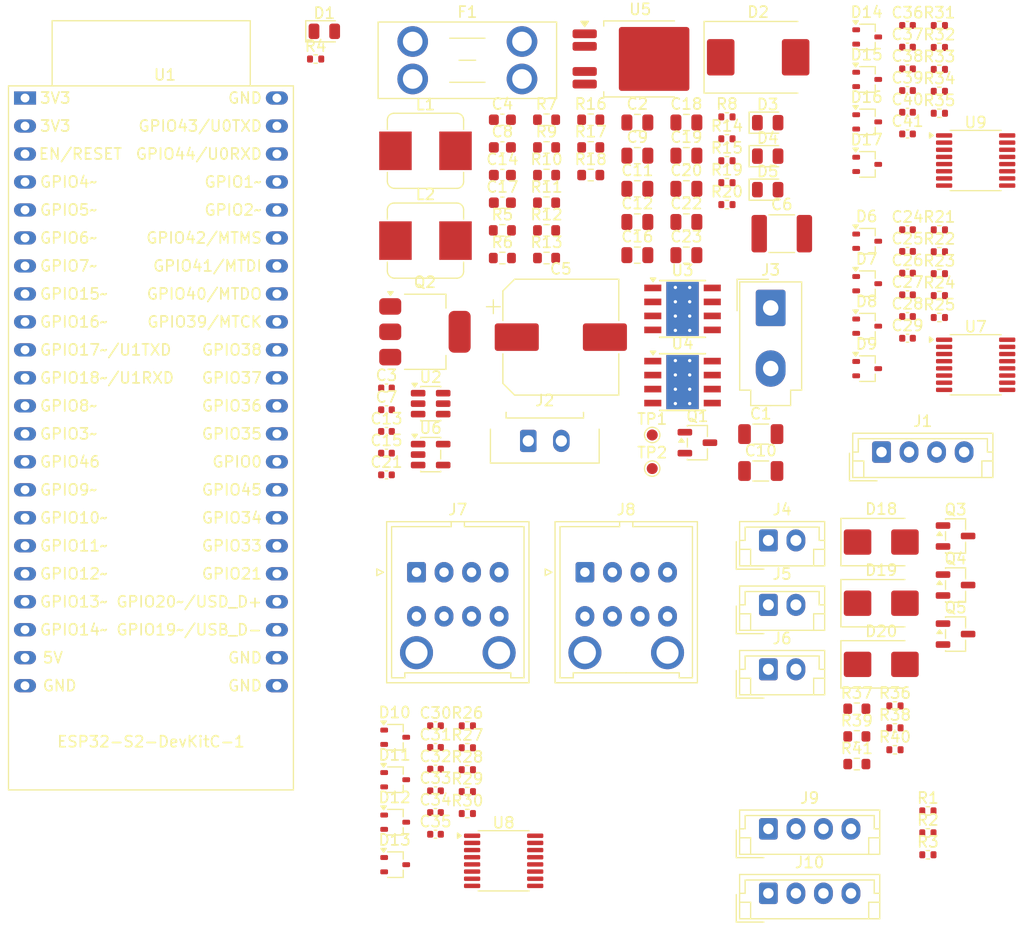
<source format=kicad_pcb>
(kicad_pcb (version 20241229) (generator "pcbnew") (generator_version "9.0")
  (layers (0 "F.Cu" signal) (2 "B.Cu" signal) (13 "F.Paste" user) (15 "B.Paste" user) (5 "F.SilkS" user "F.Silkscreen") (7 "B.SilkS" user "B.Silkscreen") (1 "F.Mask" user) (3 "B.Mask" user) (25 "Edge.Cuts" user))
  (net 0 "")
  (net 1 "GND")
  (net 2 "+24V")
  (net 3 "/Power_Regulation/PWR_SQ")
  (net 4 "/Power_Regulation/VCC")
  (net 5 "Net-(U3-BOOT)")
  (net 6 "/Power_Regulation/SW")
  (net 7 "/Power_Regulation/+12.0V")
  (net 8 "Net-(U3-FB)")
  (net 9 "Net-(U4-BOOT)")
  (net 10 "Net-(U4-FB)")
  (net 11 "/Power_Regulation/+5.3V")
  (net 12 "+3.3V")
  (net 13 "+5V")
  (net 14 "/ADC1/AIN3")
  (net 15 "/ADC1/AIN0")
  (net 16 "/ADC1/AIN2")
  (net 17 "/ADC1/AIN1")
  (net 18 "/ADC2/AIN3")
  (net 19 "/ADC2/AIN0")
  (net 20 "/ADC2/AIN2")
  (net 21 "/ADC2/AIN1")
  (net 22 "/ADC3/AIN3")
  (net 23 "/ADC3/AIN0")
  (net 24 "/ADC3/AIN2")
  (net 25 "/ADC3/AIN1")
  (net 26 "Net-(D1-A)")
  (net 27 "Net-(D3-A)")
  (net 28 "Net-(D4-A)")
  (net 29 "Net-(D5-A)")
  (net 30 "Net-(D18-A)")
  (net 31 "Net-(D19-A)")
  (net 32 "Net-(D20-A)")
  (net 33 "Net-(J3-Pin_1)")
  (net 34 "Load_Cell-")
  (net 35 "Load_Cell+")
  (net 36 "/Load_Cell/5V_In")
  (net 37 "Net-(J2-Pin_1)")
  (net 39 "Heat_1_TA")
  (net 40 "Heat_1_TC")
  (net 41 "Heat_1_Power")
  (net 42 "Heat_1_Variable")
  (net 43 "Heat_1_TB")
  (net 44 "Heat_1_Current")
  (net 45 "Heat_2_TA")
  (net 46 "Heat_2_TB")
  (net 47 "Heat_2_Current")
  (net 48 "Heat_2_TC")
  (net 49 "Heat_2_Power")
  (net 51 "Heat_2_Variable")
  (net 52 "Fan_1_Control")
  (net 53 "Fan_1_PWM")
  (net 54 "+12V")
  (net 55 "Fan_2_Control")
  (net 56 "Fan_2_PWM")
  (net 57 "Net-(Q1-D)")
  (net 58 "Net-(Q1-G)")
  (net 59 "+24V_PT")
  (net 60 "Net-(Q2-G)")
  (net 61 "Net-(Q3-G)")
  (net 62 "Net-(Q4-G)")
  (net 63 "Net-(Q5-G)")
  (net 64 "DRDY1")
  (net 65 "DRDY3")
  (net 66 "DRDY2")
  (net 67 "/ESP32-Breakout/WIFI_IND")
  (net 68 "/Power_Regulation/+3.3V_EN")
  (net 69 "/Power_Regulation/+5V_EN")
  (net 70 "/Power_Regulation/12_POWER_GOOD")
  (net 71 "/Power_Regulation/24_POWER_GOOD")
  (net 72 "Net-(U7-RESET)")
  (net 73 "Net-(U8-RESET)")
  (net 74 "Net-(U9-RESET)")
  (net 75 "A1_Control")
  (net 76 "A2_Control")
  (net 77 "Nitrous_Control")
  (net 82 "I2C_Clock")
  (net 88 "I2C_Data")
  (footprint "Capacitor_SMD:C_0402_1005Metric" (layer "F.Cu") (at 111.3 138.76)
    (property "Reference" "C31" (at 0 -1.16 0) (layer "F.SilkS"))
    (property "Value" "0.1μF")
    (pad "1" smd roundrect (at -0.48 0) (size 0.56 0.62) (layers "F.Cu" "F.Mask" "F.Paste") (net 13 "+5V"))
    (pad "2" smd roundrect (at 0.48 0) (size 0.56 0.62) (layers "F.Cu" "F.Mask" "F.Paste") (net 1 "GND"))
  )
  (footprint "Diode_SMD:D_SMC" (layer "F.Cu") (at 140.585 76.12)
    (property "Reference" "D2" (at 0 -4.1 0) (layer "F.SilkS"))
    (property "Value" "SMCJ26A-13-F")
    (pad "1" smd roundrect (at -3.4 0 90) (size 3.3 2.5) (layers "F.Cu" "F.Mask" "F.Paste") (roundrect_rratio 0.1) (net 2 "+24V"))
    (pad "2" smd roundrect (at 3.4 0 90) (size 3.3 2.5) (layers "F.Cu" "F.Mask" "F.Paste") (roundrect_rratio 0.1) (net 1 "GND"))
  )
  (footprint "Connector_Molex:Molex_Micro-Fit_3.0_43650-0215_1x02_P3.00mm_Vertical" (layer "F.Cu") (at 119.72 110.94)
    (property "Reference" "J2" (at 1.5 -3.67 0) (layer "F.SilkS"))
    (property "Value" "Conn_01x02")
    (pad "" np_thru_hole circle (at -3 -1.96) (size 1.27 1.27) (drill 1.27) (layers "*.Cu" "*.Mask"))
    (pad "" np_thru_hole circle (at 6 -1.96) (size 1.27 1.27) (drill 1.27) (layers "*.Cu" "*.Mask"))
    (pad "1" thru_hole roundrect (at 0 0) (size 1.5 2.02) (drill 1.02) (layers "*.Cu" "*.Mask") (roundrect_rratio 0.166667) (net 37 "Net-(J2-Pin_1)"))
    (pad "2" thru_hole oval (at 3 0) (size 1.5 2.02) (drill 1.02) (layers "*.Cu" "*.Mask") (net 3 "/Power_Regulation/PWR_SQ"))
  )
  (footprint "LED_SMD:LED_0805_2012Metric" (layer "F.Cu") (at 141.45 88.135)
    (property "Reference" "D5" (at 0 -1.65 0) (layer "F.SilkS"))
    (property "Value" "LED-G")
    (pad "1" smd roundrect (at -0.9375 0) (size 0.975 1.4) (layers "F.Cu" "F.Mask" "F.Paste") (net 1 "GND"))
    (pad "2" smd roundrect (at 0.9375 0) (size 0.975 1.4) (layers "F.Cu" "F.Mask" "F.Paste") (net 29 "Net-(D5-A)"))
  )
  (footprint "Resistor_SMD:R_0402_1005Metric" (layer "F.Cu") (at 114.19 140.78)
    (property "Reference" "R28" (at 0 -1.17 0) (layer "F.SilkS"))
    (property "Value" "1k")
    (pad "1" smd roundrect (at -0.51 0) (size 0.54 0.64) (layers "F.Cu" "F.Mask" "F.Paste") (net 39 "Heat_1_TA"))
    (pad "2" smd roundrect (at 0.51 0) (size 0.54 0.64) (layers "F.Cu" "F.Mask" "F.Paste") (net 21 "/ADC2/AIN1"))
  )
  (footprint "Capacitor_SMD:C_0603_1608Metric" (layer "F.Cu") (at 117.37 86.81)
    (property "Reference" "C14" (at 0 -1.43 0) (layer "F.SilkS"))
    (property "Value" "1uF")
    (pad "1" smd roundrect (at -0.775 0) (size 0.9 0.95) (layers "F.Cu" "F.Mask" "F.Paste") (net 4 "/Power_Regulation/VCC"))
    (pad "2" smd roundrect (at 0.775 0) (size 0.9 0.95) (layers "F.Cu" "F.Mask" "F.Paste") (net 1 "GND"))
  )
  (footprint "Resistor_SMD:R_0603_1608Metric" (layer "F.Cu") (at 149.54 137.76)
    (property "Reference" "R39" (at 0 -1.43 0) (layer "F.SilkS"))
    (property "Value" "100k")
    (pad "1" smd roundrect (at -0.825 0) (size 0.8 0.95) (layers "F.Cu" "F.Mask" "F.Paste") (net 62 "Net-(Q4-G)"))
    (pad "2" smd roundrect (at 0.825 0) (size 0.8 0.95) (layers "F.Cu" "F.Mask" "F.Paste") (net 1 "GND"))
  )
  (footprint "Resistor_SMD:R_0402_1005Metric" (layer "F.Cu") (at 137.75 89.49)
    (property "Reference" "R20" (at 0 -1.17 0) (layer "F.SilkS"))
    (property "Value" "3.3k")
    (pad "1" smd roundrect (at -0.51 0) (size 0.54 0.64) (layers "F.Cu" "F.Mask" "F.Paste") (net 29 "Net-(D5-A)"))
    (pad "2" smd roundrect (at 0.51 0) (size 0.54 0.64) (layers "F.Cu" "F.Mask" "F.Paste") (net 13 "+5V"))
  )
  (footprint "Package_TO_SOT_SMD:SOT-323_SC-70" (layer "F.Cu") (at 107.64 141.69)
    (property "Reference" "D11" (at -0.05 -2.25 0) (layer "F.SilkS"))
    (property "Value" "BAT54SW")
    (pad "1" smd roundrect (at -1 -0.65 270) (size 0.45 0.7) (layers "F.Cu" "F.Mask" "F.Paste") (net 1 "GND"))
    (pad "2" smd roundrect (at -1 0.65 270) (size 0.45 0.7) (layers "F.Cu" "F.Mask" "F.Paste") (net 13 "+5V"))
    (pad "3" smd roundrect (at 1 0 270) (size 0.45 0.7) (layers "F.Cu" "F.Mask" "F.Paste") (net 19 "/ADC2/AIN0"))
  )
  (footprint "Package_TO_SOT_SMD:SOT-323_SC-70" (layer "F.Cu") (at 150.48 85.84)
    (property "Reference" "D17" (at -0.05 -2.25 0) (layer "F.SilkS"))
    (property "Value" "BAT54SW")
    (pad "1" smd roundrect (at -1 -0.65 270) (size 0.45 0.7) (layers "F.Cu" "F.Mask" "F.Paste") (net 1 "GND"))
    (pad "2" smd roundrect (at -1 0.65 270) (size 0.45 0.7) (layers "F.Cu" "F.Mask" "F.Paste") (net 13 "+5V"))
    (pad "3" smd roundrect (at 1 0 270) (size 0.45 0.7) (layers "F.Cu" "F.Mask" "F.Paste") (net 25 "/ADC3/AIN1"))
  )
  (footprint "Connector_Molex:Molex_Mini-Fit_Jr_5566-02A_2x01_P4.20mm_Vertical" (layer "F.Cu") (at 141.72 98.87)
    (property "Reference" "J3" (at 0 -3.45 0) (layer "F.SilkS"))
    (property "Value" "Conn_02x01")
    (pad "1" thru_hole roundrect (at 0 0) (size 2.7 3.3) (drill 1.4) (layers "*.Cu" "*.Mask") (roundrect_rratio 0.092593) (net 33 "Net-(J3-Pin_1)"))
    (pad "2" thru_hole oval (at 0 5.5) (size 2.7 3.3) (drill 1.4) (layers "*.Cu" "*.Mask") (net 1 "GND"))
  )
  (footprint "Capacitor_SMD:C_0402_1005Metric" (layer "F.Cu") (at 106.85 110.08)
    (property "Reference" "C13" (at 0 -1.16 0) (layer "F.SilkS"))
    (property "Value" "0.1μF")
    (pad "1" smd roundrect (at -0.48 0) (size 0.56 0.62) (layers "F.Cu" "F.Mask" "F.Paste") (net 1 "GND"))
    (pad "2" smd roundrect (at 0.48 0) (size 0.56 0.62) (layers "F.Cu" "F.Mask" "F.Paste") (net 7 "/Power_Regulation/+12.0V"))
  )
  (footprint "Capacitor_SMD:C_0402_1005Metric" (layer "F.Cu") (at 106.85 112.05)
    (property "Reference" "C15" (at 0 -1.16 0) (layer "F.SilkS"))
    (property "Value" "0.1μF")
    (pad "1" smd roundrect (at -0.48 0) (size 0.56 0.62) (layers "F.Cu" "F.Mask" "F.Paste") (net 9 "Net-(U4-BOOT)"))
    (pad "2" smd roundrect (at 0.48 0) (size 0.56 0.62) (layers "F.Cu" "F.Mask" "F.Paste") (net 6 "/Power_Regulation/SW"))
  )
  (footprint "Capacitor_SMD:C_0805_2012Metric" (layer "F.Cu") (at 134.07 85.05)
    (property "Reference" "C19" (at 0 -1.68 0) (layer "F.SilkS"))
    (property "Value" "22uF")
    (pad "1" smd roundrect (at -0.95 0) (size 1 1.45) (layers "F.Cu" "F.Mask" "F.Paste") (net 11 "/Power_Regulation/+5.3V"))
    (pad "2" smd roundrect (at 0.95 0) (size 1 1.45) (layers "F.Cu" "F.Mask" "F.Paste") (net 1 "GND"))
  )
  (footprint "Resistor_SMD:R_0603_1608Metric" (layer "F.Cu") (at 121.38 94.34)
    (property "Reference" "R13" (at 0 -1.43 0) (layer "F.SilkS"))
    (property "Value" "470k")
    (pad "1" smd roundrect (at -0.825 0) (size 0.8 0.95) (layers "F.Cu" "F.Mask" "F.Paste") (net 1 "GND"))
    (pad "2" smd roundrect (at 0.825 0) (size 0.8 0.95) (layers "F.Cu" "F.Mask" "F.Paste") (net 58 "Net-(Q1-G)"))
  )
  (footprint "TestPoint:TestPoint_Pad_D1.0mm" (layer "F.Cu") (at 130.97 110.4)
    (property "Reference" "TP1" (at 0 -1.448 0) (layer "F.SilkS"))
    (property "Value" "TP_+3.3V")
    (pad "1" smd circle (at 0 0) (size 1 1) (layers "F.Cu" "F.Mask") (net 12 "+3.3V"))
  )
  (footprint "Package_TO_SOT_SMD:SOT-23-3" (layer "F.Cu") (at 158.5 124.02)
    (property "Reference" "Q4" (at 0 -2.4 0) (layer "F.SilkS"))
    (property "Value" "BSS138")
    (pad "1" smd roundrect (at -1.1375 -0.95) (size 1.325 0.6) (layers "F.Cu" "F.Mask" "F.Paste") (net 62 "Net-(Q4-G)"))
    (pad "2" smd roundrect (at -1.1375 0.95) (size 1.325 0.6) (layers "F.Cu" "F.Mask" "F.Paste") (net 1 "GND"))
    (pad "3" smd roundrect (at 1.1375 0) (size 1.325 0.6) (layers "F.Cu" "F.Mask" "F.Paste") (net 31 "Net-(D19-A)"))
  )
  (footprint "Resistor_SMD:R_0402_1005Metric" (layer "F.Cu") (at 157.03 93.77)
    (property "Reference" "R22" (at 0 -1.17 0) (layer "F.SilkS"))
    (property "Value" "1k")
    (pad "1" smd roundrect (at -0.51 0) (size 0.54 0.64) (layers "F.Cu" "F.Mask" "F.Paste") (net 44 "Heat_1_Current"))
    (pad "2" smd roundrect (at 0.51 0) (size 0.54 0.64) (layers "F.Cu" "F.Mask" "F.Paste") (net 16 "/ADC1/AIN2"))
  )
  (footprint "Capacitor_SMD:C_0805_2012Metric" (layer "F.Cu") (at 129.62 91.07)
    (property "Reference" "C12" (at 0 -1.68 0) (layer "F.SilkS"))
    (property "Value" "220nF")
    (pad "1" smd roundrect (at -0.95 0) (size 1 1.45) (layers "F.Cu" "F.Mask" "F.Paste") (net 2 "+24V"))
    (pad "2" smd roundrect (at 0.95 0) (size 1 1.45) (layers "F.Cu" "F.Mask" "F.Paste") (net 1 "GND"))
  )
  (footprint "Package_TO_SOT_SMD:SOT-323_SC-70" (layer "F.Cu") (at 107.64 145.545)
    (property "Reference" "D12" (at -0.05 -2.25 0) (layer "F.SilkS"))
    (property "Value" "BAT54SW")
    (pad "1" smd roundrect (at -1 -0.65 270) (size 0.45 0.7) (layers "F.Cu" "F.Mask" "F.Paste") (net 1 "GND"))
    (pad "2" smd roundrect (at -1 0.65 270) (size 0.45 0.7) (layers "F.Cu" "F.Mask" "F.Paste") (net 13 "+5V"))
    (pad "3" smd roundrect (at 1 0 270) (size 0.45 0.7) (layers "F.Cu" "F.Mask" "F.Paste") (net 20 "/ADC2/AIN2"))
  )
  (footprint "Resistor_SMD:R_0402_1005Metric" (layer "F.Cu") (at 153 138.97)
    (property "Reference" "R40" (at 0 -1.17 0) (layer "F.SilkS"))
    (property "Value" "100")
    (pad "1" smd roundrect (at -0.51 0) (size 0.54 0.64) (layers "F.Cu" "F.Mask" "F.Paste") (net 77 "Nitrous_Control"))
    (pad "2" smd roundrect (at 0.51 0) (size 0.54 0.64) (layers "F.Cu" "F.Mask" "F.Paste") (net 63 "Net-(Q5-G)"))
  )
  (footprint "Connector_JST:JST_EH_B4B-EH-A_1x04_P2.50mm_Vertical" (layer "F.Cu") (at 141.51 152)
    (property "Reference" "J10" (at 3.75 -2.8 0) (layer "F.SilkS"))
    (property "Value" "Conn_01x04")
    (pad "1" thru_hole roundrect (at 0 0) (size 1.7 1.95) (drill 0.95) (layers "*.Cu" "*.Mask") (roundrect_rratio 0.147059) (net 54 "+12V"))
    (pad "2" thru_hole oval (at 2.5 0) (size 1.7 1.95) (drill 0.95) (layers "*.Cu" "*.Mask") (net 55 "Fan_2_Control"))
    (pad "3" thru_hole oval (at 5 0) (size 1.7 1.95) (drill 0.95) (layers "*.Cu" "*.Mask") (net 56 "Fan_2_PWM"))
    (pad "4" thru_hole oval (at 7.5 0) (size 1.7 1.95) (drill 0.95) (layers "*.Cu" "*.Mask") (net 1 "GND"))
  )
  (footprint "Capacitor_SMD:C_0402_1005Metric" (layer "F.Cu") (at 154.14 93.74)
    (property "Reference" "C25" (at 0 -1.16 0) (layer "F.SilkS"))
    (property "Value" "0.1μF")
    (pad "1" smd roundrect (at -0.48 0) (size 0.56 0.62) (layers "F.Cu" "F.Mask" "F.Paste") (net 13 "+5V"))
    (pad "2" smd roundrect (at 0.48 0) (size 0.56 0.62) (layers "F.Cu" "F.Mask" "F.Paste") (net 1 "GND"))
  )
  (footprint "Resistor_SMD:R_0402_1005Metric" (layer "F.Cu") (at 155.99 146.51)
    (property "Reference" "R2" (at 0 -1.17 0) (layer "F.SilkS"))
    (property "Value" "3.3k")
    (pad "1" smd roundrect (at -0.51 0) (size 0.54 0.64) (layers "F.Cu" "F.Mask" "F.Paste") (net 12 "+3.3V"))
    (pad "2" smd roundrect (at 0.51 0) (size 0.54 0.64) (layers "F.Cu" "F.Mask" "F.Paste") (net 65 "DRDY3"))
  )
  (footprint "Resistor_SMD:R_0603_1608Metric" (layer "F.Cu") (at 125.39 86.81)
    (property "Reference" "R18" (at 0 -1.43 0) (layer "F.SilkS"))
    (property "Value" "23.2k")
    (pad "1" smd roundrect (at -0.825 0) (size 0.8 0.95) (layers "F.Cu" "F.Mask" "F.Paste") (net 10 "Net-(U4-FB)"))
    (pad "2" smd roundrect (at 0.825 0) (size 0.8 0.95) (layers "F.Cu" "F.Mask" "F.Paste") (net 1 "GND"))
  )
  (footprint "Resistor_SMD:R_0603_1608Metric" (layer "F.Cu") (at 117.37 94.34)
    (property "Reference" "R6" (at 0 -1.43 0) (layer "F.SilkS"))
    (property "Value" "100k")
    (pad "1" smd roundrect (at -0.825 0) (size 0.8 0.95) (layers "F.Cu" "F.Mask" "F.Paste") (net 68 "/Power_Regulation/+3.3V_EN"))
    (pad "2" smd roundrect (at 0.825 0) (size 0.8 0.95) (layers "F.Cu" "F.Mask" "F.Paste") (net 3 "/Power_Regulation/PWR_SQ"))
  )
  (footprint "Package_SO:TSSOP-16_4.4x5mm_P0.65mm" (layer "F.Cu") (at 160.325 85.49)
    (property "Reference" "U9" (at 0 -3.45 0) (layer "F.SilkS"))
    (property "Value" "ADS112C04")
    (pad "1" smd roundrect (at -2.8625 -2.275) (size 1.475 0.4) (layers "F.Cu" "F.Mask" "F.Paste") (net 82 "I2C_Clock"))
    (pad "2" smd roundrect (at -2.8625 -1.625) (size 1.475 0.4) (layers "F.Cu" "F.Mask" "F.Paste") (net 1 "GND"))
    (pad "3" smd roundrect (at -2.8625 -0.975) (size 1.475 0.4) (layers "F.Cu" "F.Mask" "F.Paste") (net 74 "Net-(U9-RESET)"))
    (pad "4" smd roundrect (at -2.8625 -0.325) (size 1.475 0.4) (layers "F.Cu" "F.Mask" "F.Paste") (net 1 "GND"))
    (pad "5" smd roundrect (at -2.8625 0.325) (size 1.475 0.4) (layers "F.Cu" "F.Mask" "F.Paste") (net 1 "GND"))
    (pad "6" smd roundrect (at -2.8625 0.975) (size 1.475 0.4) (layers "F.Cu" "F.Mask" "F.Paste") (net 22 "/ADC3/AIN3"))
    (pad "7" smd roundrect (at -2.8625 1.625) (size 1.475 0.4) (layers "F.Cu" "F.Mask" "F.Paste") (net 24 "/ADC3/AIN2"))
    (pad "8" smd roundrect (at -2.8625 2.275) (size 1.475 0.4) (layers "F.Cu" "F.Mask" "F.Paste"))
    (pad "9" smd roundrect (at 2.8625 2.275) (size 1.475 0.4) (layers "F.Cu" "F.Mask" "F.Paste"))
    (pad "10" smd roundrect (at 2.8625 1.625) (size 1.475 0.4) (layers "F.Cu" "F.Mask" "F.Paste") (net 25 "/ADC3/AIN1"))
    (pad "11" smd roundrect (at 2.8625 0.975) (size 1.475 0.4) (layers "F.Cu" "F.Mask" "F.Paste") (net 23 "/ADC3/AIN0"))
    (pad "12" smd roundrect (at 2.8625 0.325) (size 1.475 0.4) (layers "F.Cu" "F.Mask" "F.Paste") (net 13 "+5V"))
    (pad "13" smd roundrect (at 2.8625 -0.325) (size 1.475 0.4) (layers "F.Cu" "F.Mask" "F.Paste") (net 12 "+3.3V"))
    (pad "14" smd roundrect (at 2.8625 -0.975) (size 1.475 0.4) (layers "F.Cu" "F.Mask" "F.Paste") (net 65 "DRDY3"))
    (pad "15" smd roundrect (at 2.8625 -1.625) (size 1.475 0.4) (layers "F.Cu" "F.Mask" "F.Paste") (net 88 "I2C_Data"))
    (pad "16" smd roundrect (at 2.8625 -2.275) (size 1.475 0.4) (layers "F.Cu" "F.Mask" "F.Paste") (net 82 "I2C_Clock"))
  )
  (footprint "Resistor_SMD:R_0402_1005Metric" (layer "F.Cu") (at 157.03 97.75)
    (property "Reference" "R24" (at 0 -1.17 0) (layer "F.SilkS"))
    (property "Value" "1k")
    (pad "1" smd roundrect (at -0.51 0) (size 0.54 0.64) (layers "F.Cu" "F.Mask" "F.Paste") (net 35 "Load_Cell+"))
    (pad "2" smd roundrect (at 0.51 0) (size 0.54 0.64) (layers "F.Cu" "F.Mask" "F.Paste") (net 15 "/ADC1/AIN0"))
  )
  (footprint "Capacitor_SMD:C_0402_1005Metric" (layer "F.Cu") (at 106.85 114.02)
    (property "Reference" "C21" (at 0 -1.16 0) (layer "F.SilkS"))
    (property "Value" "0.1μF")
    (pad "1" smd roundrect (at -0.48 0) (size 0.56 0.62) (layers "F.Cu" "F.Mask" "F.Paste") (net 1 "GND"))
    (pad "2" smd roundrect (at 0.48 0) (size 0.56 0.62) (layers "F.Cu" "F.Mask" "F.Paste") (net 11 "/Power_Regulation/+5.3V"))
  )
  (footprint "Resistor_SMD:R_0402_1005Metric" (layer "F.Cu") (at 157.03 91.78)
    (property "Reference" "R21" (at 0 -1.17 0) (layer "F.SilkS"))
    (property "Value" "1k")
    (pad "1" smd roundrect (at -0.51 0) (size 0.54 0.64) (layers "F.Cu" "F.Mask" "F.Paste") (net 47 "Heat_2_Current"))
    (pad "2" smd roundrect (at 0.51 0) (size 0.54 0.64) (layers "F.Cu" "F.Mask" "F.Paste") (net 14 "/ADC1/AIN3"))
  )
  (footprint "Resistor_SMD:R_0402_1005Metric" (layer "F.Cu") (at 114.19 144.76)
    (property "Reference" "R30" (at 0 -1.17 0) (layer "F.SilkS"))
    (property "Value" "10k")
    (pad "1" smd roundrect (at -0.51 0) (size 0.54 0.64) (layers "F.Cu" "F.Mask" "F.Paste") (net 12 "+3.3V"))
    (pad "2" smd roundrect (at 0.51 0) (size 0.54 0.64) (layers "F.Cu" "F.Mask" "F.Paste") (net 73 "Net-(U8-RESET)"))
  )
  (footprint "Capacitor_SMD:C_0402_1005Metric" (layer "F.Cu") (at 106.85 106.14)
    (property "Reference" "C3" (at 0 -1.16 0) (layer "F.SilkS"))
    (property "Value" "0.1μF")
    (pad "1" smd roundrect (at -0.48 0) (size 0.56 0.62) (layers "F.Cu" "F.Mask" "F.Paste") (net 1 "GND"))
    (pad "2" smd roundrect (at 0.48 0) (size 0.56 0.62) (layers "F.Cu" "F.Mask" "F.Paste") (net 3 "/Power_Regulation/PWR_SQ"))
  )
  (footprint "Resistor_SMD:R_0402_1005Metric" (layer "F.Cu") (at 157.03 79.21)
    (property "Reference" "R34" (at 0 -1.17 0) (layer "F.SilkS"))
    (property "Value" "1k")
    (pad "1" smd roundrect (at -0.51 0) (size 0.54 0.64) (layers "F.Cu" "F.Mask" "F.Paste") (net 51 "Heat_2_Variable"))
    (pad "2" smd roundrect (at 0.51 0) (size 0.54 0.64) (layers "F.Cu" "F.Mask" "F.Paste") (net 23 "/ADC3/AIN0"))
  )
  (footprint "Resistor_SMD:R_0402_1005Metric" (layer "F.Cu") (at 155.99 144.52)
    (property "Reference" "R1" (at 0 -1.17 0) (layer "F.SilkS"))
    (property "Value" "3.3k")
    (pad "1" smd roundrect (at -0.51 0) (size 0.54 0.64) (layers "F.Cu" "F.Mask" "F.Paste") (net 12 "+3.3V"))
    (pad "2" smd roundrect (at 0.51 0) (size 0.54 0.64) (layers "F.Cu" "F.Mask" "F.Paste") (net 64 "DRDY1"))
  )
  (footprint "Package_TO_SOT_SMD:SOT-23-3" (layer "F.Cu") (at 135.07 111.1)
    (property "Reference" "Q1" (at 0 -2.4 0) (layer "F.SilkS"))
    (property "Value" "BSS138")
    (pad "1" smd roundrect (at -1.1375 -0.95) (size 1.325 0.6) (layers "F.Cu" "F.Mask" "F.Paste") (net 58 "Net-(Q1-G)"))
    (pad "2" smd roundrect (at -1.1375 0.95) (size 1.325 0.6) (layers "F.Cu" "F.Mask" "F.Paste") (net 1 "GND"))
    (pad "3" smd roundrect (at 1.1375 0) (size 1.325 0.6) (layers "F.Cu" "F.Mask" "F.Paste") (net 57 "Net-(Q1-D)"))
  )
  (footprint "Resistor_SMD:R_0603_1608Metric" (layer "F.Cu") (at 117.37 91.83)
    (property "Reference" "R5" (at 0 -1.43 0) (layer "F.SilkS"))
    (property "Value" "100k")
    (pad "1" smd roundrect (at -0.825 0) (size 0.8 0.95) (layers "F.Cu" "F.Mask" "F.Paste") (net 1 "GND"))
    (pad "2" smd roundrect (at 0.825 0) (size 0.8 0.95) (layers "F.Cu" "F.Mask" "F.Paste") (net 37 "Net-(J2-Pin_1)"))
  )
  (footprint "Package_TO_SOT_SMD:SOT-323_SC-70" (layer "F.Cu") (at 150.48 74.275)
    (property "Reference" "D14" (at -0.05 -2.25 0) (layer "F.SilkS"))
    (property "Value" "BAT54SW")
    (pad "1" smd roundrect (at -1 -0.65 270) (size 0.45 0.7) (layers "F.Cu" "F.Mask" "F.Paste") (net 1 "GND"))
    (pad "2" smd roundrect (at -1 0.65 270) (size 0.45 0.7) (layers "F.Cu" "F.Mask" "F.Paste") (net 13 "+5V"))
    (pad "3" smd roundrect (at 1 0 270) (size 0.45 0.7) (layers "F.Cu" "F.Mask" "F.Paste") (net 22 "/ADC3/AIN3"))
  )
  (footprint "Capacitor_SMD:C_0402_1005Metric" (layer "F.Cu") (at 154.14 97.68)
    (property "Reference" "C27" (at 0 -1.16 0) (layer "F.SilkS"))
    (property "Value" "150nF")
    (pad "1" smd roundrect (at -0.48 0) (size 0.56 0.62) (layers "F.Cu" "F.Mask" "F.Paste") (net 15 "/ADC1/AIN0"))
    (pad "2" smd roundrect (at 0.48 0) (size 0.56 0.62) (layers "F.Cu" "F.Mask" "F.Paste") (net 1 "GND"))
  )
  (footprint "LED_SMD:LED_0805_2012Metric" (layer "F.Cu") (at 141.45 82.055)
    (property "Reference" "D3" (at 0 -1.65 0) (layer "F.SilkS"))
    (property "Value" "LED-G")
    (pad "1" smd roundrect (at -0.9375 0) (size 0.975 1.4) (layers "F.Cu" "F.Mask" "F.Paste") (net 1 "GND"))
    (pad "2" smd roundrect (at 0.9375 0) (size 0.975 1.4) (layers "F.Cu" "F.Mask" "F.Paste") (net 27 "Net-(D3-A)"))
  )
  (footprint "Capacitor_SMD:C_0402_1005Metric" (layer "F.Cu") (at 106.85 108.11)
    (property "Reference" "C7" (at 0 -1.16 0) (layer "F.SilkS"))
    (property "Value" "0.1μF")
    (pad "1" smd roundrect (at -0.48 0) (size 0.56 0.62) (layers "F.Cu" "F.Mask" "F.Paste") (net 5 "Net-(U3-BOOT)"))
    (pad "2" smd roundrect (at 0.48 0) (size 0.56 0.62) (layers "F.Cu" "F.Mask" "F.Paste") (net 6 "/Power_Regulation/SW"))
  )
  (footprint "Capacitor_SMD:C_0402_1005Metric" (layer "F.Cu") (at 154.14 77.17)
    (property "Reference" "C38" (at 0 -1.16 0) (layer "F.SilkS"))
    (property "Value" "150nF")
    (pad "1" smd roundrect (at -0.48 0) (size 0.56 0.62) (layers "F.Cu" "F.Mask" "F.Paste") (net 22 "/ADC3/AIN3"))
    (pad "2" smd roundrect (at 0.48 0) (size 0.56 0.62) (layers "F.Cu" "F.Mask" "F.Paste") (net 1 "GND"))
  )
  (footprint "Capacitor_SMD:C_0402_1005Metric" (layer "F.Cu") (at 154.14 101.62)
    (property "Reference" "C29" (at 0 -1.16 0) (layer "F.SilkS"))
    (property "Value" "150nF")
    (pad "1" smd roundrect (at -0.48 0) (size 0.56 0.62) (layers "F.Cu" "F.Mask" "F.Paste") (net 17 "/ADC1/AIN1"))
    (pad "2" smd roundrect (at 0.48 0) (size 0.56 0.62) (layers "F.Cu" "F.Mask" "F.Paste") (net 1 "GND"))
  )
  (footprint "Resistor_SMD:R_0402_1005Metric" (layer "F.Cu") (at 155.99 148.5)
    (property "Reference" "R3" (at 0 -1.17 0) (layer "F.SilkS"))
    (property "Value" "3.3k")
    (pad "1" smd roundrect (at -0.51 0) (size 0.54 0.64) (layers "F.Cu" "F.Mask" "F.Paste") (net 12 "+3.3V"))
    (pad "2" smd roundrect (at 0.51 0) (size 0.54 0.64) (layers "F.Cu" "F.Mask" "F.Paste") (net 66 "DRDY2"))
  )
  (footprint "Capacitor_SMD:C_0402_1005Metric" (layer "F.Cu") (at 154.14 75.2)
    (property "Reference" "C37" (at 0 -1.16 0) (layer "F.SilkS"))
    (property "Value" "0.1μF")
    (pad "1" smd roundrect (at -0.48 0) (size 0.56 0.62) (layers "F.Cu" "F.Mask" "F.Paste") (net 13 "+5V"))
    (pad "2" smd roundrect (at 0.48 0) (size 0.56 0.62) (layers "F.Cu" "F.Mask" "F.Paste") (net 1 "GND"))
  )
  (footprint "Capacitor_SMD:C_1206_3216Metric" (layer "F.Cu") (at 140.82 113.67)
    (property "Reference" "C10" (at 0 -1.85 0) (layer "F.SilkS"))
    (property "Value" "10uF")
    (pad "1" smd roundrect (at -1.475 0) (size 1.15 1.8) (layers "F.Cu" "F.Mask" "F.Paste") (roundrect_rratio 0.217391) (net 2 "+24V"))
    (pad "2" smd roundrect (at 1.475 0) (size 1.15 1.8) (layers "F.Cu" "F.Mask" "F.Paste") (roundrect_rratio 0.217391) (net 1 "GND"))
  )
  (footprint "Capacitor_SMD:C_0402_1005Metric" (layer "F.Cu") (at 111.3 144.67)
    (property "Reference" "C34" (at 0 -1.16 0) (layer "F.SilkS"))
    (property "Value" "150nF")
    (pad "1" smd roundrect (at -0.48 0) (size 0.56 0.62) (layers "F.Cu" "F.Mask" "F.Paste") (net 20 "/ADC2/AIN2"))
    (pad "2" smd roundrect (at 0.48 0) (size 0.56 0.62) (layers "F.Cu" "F.Mask" "F.Paste") (net 1 "GND"))
  )
  (footprint "Capacitor_SMD:C_0603_1608Metric" (layer "F.Cu") (at 117.37 89.32)
    (property "Reference" "C17" (at 0 -1.43 0) (layer "F.SilkS"))
    (property "Value" "3pF")
    (pad "1" smd roundrect (at -0.775 0) (size 0.9 0.95) (layers "F.Cu" "F.Mask" "F.Paste") (net 11 "/Power_Regulation/+5.3V"))
    (pad "2" smd roundrect (at 0.775 0) (size 0.9 0.95) (layers "F.Cu" "F.Mask" "F.Paste") (net 10 "Net-(U4-FB)"))
  )
  (footprint "Capacitor_SMD:C_0805_2012Metric" (layer "F.Cu") (at 129.62 94.08)
    (property "Reference" "C16" (at 0 -1.68 0) (layer "F.SilkS"))
    (property "Value" "10uF")
    (pad "1" smd roundrect (at -0.95 0) (size 1 1.45) (layers "F.Cu" "F.Mask" "F.Paste") (net 3 "/Power_Regulation/PWR_SQ"))
    (pad "2" smd roundrect (at 0.95 0) (size 1 1.45) (layers "F.Cu" "F.Mask" "F.Paste") (net 1 "GND"))
  )
  (footprint "Resistor_SMD:R_0603_1608Metric" (layer "F.Cu") (at 121.38 89.32)
    (property "Reference" "R11" (at 0 -1.43 0) (layer "F.SilkS"))
    (property "Value" "100k")
    (pad "1" smd roundrect (at -0.825 0) (size 0.8 0.95) (layers "F.Cu" "F.Mask" "F.Paste") (net 7 "/Power_Regulation/+12.0V"))
    (pad "2" smd roundrect (at 0.825 0) (size 0.8 0.95) (layers "F.Cu" "F.Mask" "F.Paste") (net 8 "Net-(U3-FB)"))
  )
  (footprint "Capacitor_SMD:C_0402_1005Metric" (layer "F.Cu") (at 111.3 136.79)
    (property "Reference" "C30" (at 0 -1.16 0) (layer "F.SilkS"))
    (property "Value" "0.1μF")
    (pad "1" smd roundrect (at -0.48 0) (size 0.56 0.62) (layers "F.Cu" "F.Mask" "F.Paste") (net 12 "+3.3V"))
    (pad "2" smd roundrect (at 0.48 0) (size 0.56 0.62) (layers "F.Cu" "F.Mask" "F.Paste") (net 1 "GND"))
  )
  (footprint "Resistor_SMD:R_0603_1608Metric" (layer "F.Cu") (at 121.38 84.3)
    (property "Reference" "R9" (at 0 -1.43 0) (layer "F.SilkS"))
    (property "Value" "100k")
    (pad "1" smd roundrect (at -0.825 0) (size 0.8 0.95) (layers "F.Cu" "F.Mask" "F.Paste") (net 70 "/Power_Regulation/12_POWER_GOOD"))
    (pad "2" smd roundrect (at 0.825 0) (size 0.8 0.95) (layers "F.Cu" "F.Mask" "F.Paste") (net 12 "+3.3V"))
  )
  (footprint "Resistor_SMD:R_0402_1005Metric" (layer "F.Cu") (at 157.03 81.2)
    (property "Reference" "R35" (at 0 -1.17 0) (layer "F.SilkS"))
    (property "Value" "10k")
    (pad "1" smd roundrect (at -0.51 0) (size 0.54 0.64) (layers "F.Cu" "F.Mask" "F.Paste") (net 12 "+3.3V"))
    (pad "2" smd roundrect (at 0.51 0) (size 0.54 0.64) (layers "F.Cu" "F.Mask" "F.Paste") (net 74 "Net-(U9-RESET)"))
  )
  (footprint "Resistor_SMD:R_0402_1005Metric" (layer "F.Cu") (at 157.03 99.74)
    (property "Reference" "R25" (at 0 -1.17 0) (layer "F.SilkS"))
    (property "Value" "10k")
    (pad "1" smd roundrect (at -0.51 0) (size 0.54 0.64) (layers "F.Cu" "F.Mask" "F.Paste") (net 12 "+3.3V"))
    (pad "2" smd roundrect (at 0.51 0) (size 0.54 0.64) (layers "F.Cu" "F.Mask" "F.Paste") (net 72 "Net-(U7-RESET)"))
  )
  (footprint "Package_TO_SOT_SMD:SOT-223-3_TabPin2" (layer "F.Cu") (at 110.34 101.035)
    (property "Reference" "Q2" (at 0 -4.5 0) (layer "F.SilkS"))
    (property "Value" "DMP6023LE-13")
    (pad "1" smd roundrect (at -3.15 -2.3) (size 2 1.5) (layers "F.Cu" "F.Mask" "F.Paste") (net 60 "Net-(Q2-G)"))
    (pad "2" smd roundrect (at -3.15 0) (size 2 1.5) (layers "F.Cu" "F.Mask" "F.Paste") (net 59 "+24V_PT"))
    (pad "2" smd roundrect (at 3.15 0) (size 2 3.8) (layers "F.Cu" "F.Mask" "F.Paste") (net 59 "+24V_PT"))
    (pad "3" smd roundrect (at -3.15 2.3) (size 2 1.5) (layers "F.Cu" "F.Mask" "F.Paste") (net 2 "+24V"))
  )
  (footprint "Diode_SMD:D_SMB" (layer "F.Cu") (at 151.755 125.67)
    (property "Reference" "D19" (at 0 -3 0) (layer "F.SilkS"))
    (property "Value" "SK44BL")
    (pad "1" smd roundrect (at -2.15 0) (size 2.5 2.3) (layers "F.Cu" "F.Mask" "F.Paste") (roundrect_rratio 0.1086956522) (net 2 "+24V"))
    (pad "2" smd roundrect (at 2.15 0) (size 2.5 2.3) (layers "F.Cu" "F.Mask" "F.Paste") (roundrect_rratio 0.1086956522) (net 31 "Net-(D19-A)"))
  )
  (footprint "Capacitor_SMD:C_0402_1005Metric" (layer "F.Cu") (at 154.14 73.23)
    (property "Reference" "C36" (at 0 -1.16 0) (layer "F.SilkS"))
    (property "Value" "0.1μF")
    (pad "1" smd roundrect (at -0.48 0) (size 0.56 0.62) (layers "F.Cu" "F.Mask" "F.Paste") (net 12 "+3.3V"))
    (pad "2" smd roundrect (at 0.48 0) (size 0.56 0.62) (layers "F.Cu" "F.Mask" "F.Paste") (net 1 "GND"))
  )
  (footprint "Capacitor_SMD:C_0805_2012Metric" (layer "F.Cu") (at 134.07 94.08)
    (property "Reference" "C23" (at 0 -1.68 0) (layer "F.SilkS"))
    (property "Value" "10uF")
    (pad "1" smd roundrect (at -0.95 0) (size 1 1.45) (layers "F.Cu" "F.Mask" "F.Paste") (net 13 "+5V"))
    (pad "2" smd roundrect (at 0.95 0) (size 1 1.45) (layers "F.Cu" "F.Mask" "F.Paste") (net 1 "GND"))
  )
  (footprint "Resistor_SMD:R_0603_1608Metric" (layer "F.Cu") (at 121.38 91.83)
    (property "Reference" "R12" (at 0 -1.43 0) (layer "F.SilkS"))
    (property "Value" "9.09k")
    (pad "1" smd roundrect (at -0.825 0) (size 0.8 0.95) (layers "F.Cu" "F.Mask" "F.Paste") (net 8 "Net-(U3-FB)"))
    (pad "2" smd roundrect (at 0.825 0) (size 0.8 0.95) (layers "F.Cu" "F.Mask" "F.Paste") (net 1 "GND"))
  )
  (footprint "Capacitor_SMD:C_0805_2012Metric" (layer "F.Cu") (at 129.62 82.04)
    (property "Reference" "C2" (at 0 -1.68 0) (layer "F.SilkS"))
    (property "Value" "220nF")
    (pad "1" smd roundrect (at -0.95 0) (size 1 1.45) (layers "F.Cu" "F.Mask" "F.Paste") (net 2 "+24V"))
    (pad "2" smd roundrect (at 0.95 0) (size 1 1.45) (layers "F.Cu" "F.Mask" "F.Paste") (net 1 "GND"))
  )
  (footprint "Capacitor_SMD:CP_Elec_10x10" (layer "F.Cu") (at 122.675 101.52)
    (property "Reference" "C5" (at 0 -6.2 0) (layer "F.SilkS"))
    (property "Value" "100uF")
    (pad "1" smd roundrect (at -4 0) (size 4 2.5) (layers "F.Cu" "F.Mask" "F.Paste") (roundrect_rratio 0.1) (net 2 "+24V"))
    (pad "2" smd roundrect (at 4 0) (size 4 2.5) (layers "F.Cu" "F.Mask" "F.Paste") (roundrect_rratio 0.1) (net 1 "GND"))
  )
  (footprint "Capacitor_SMD:C_0402_1005Metric" (layer "F.Cu") (at 111.3 140.73)
    (property "Reference" "C32" (at 0 -1.16 0) (layer "F.SilkS"))
    (property "Value" "150nF")
    (pad "1" smd roundrect (at -0.48 0) (size 0.56 0.62) (layers "F.Cu" "F.Mask" "F.Paste") (net 18 "/ADC2/AIN3"))
    (pad "2" smd roundrect (at 0.48 0) (size 0.56 0.62) (layers "F.Cu" "F.Mask" "F.Paste") (net 1 "GND"))
  )
  (footprint "Connector_JST:JST_J2100_B08B-J21DK-GGXR_2x04_P2.50x4.00mm_Vertical" (layer "F.Cu") (at 124.86 122.86)
    (property "Reference" "J8" (at 3.75 -5.69 0) (layer "F.SilkS"))
    (property "Value" "Conn_02x04_Counter_Clockwise")
    (pad "" thru_hole circle (at 0 7.3) (size 3 3) (drill 2) (layers "*.Cu" "*.Mask"))
    (pad "" thru_hole circle (at 7.5 7.3) (size 3 3) (drill 2) (layers "*.Cu" "*.Mask"))
    (pad "1" thru_hole roundrect (at 0 0) (size 1.7 1.86) (drill 0.86) (layers "*.Cu" "*.Mask") (roundrect_rratio 0.147059) (net 49 "Heat_2_Power"))
    (pad "2" thru_hole oval (at 2.5 0) (size 1.7 1.86) (drill 0.86) (layers "*.Cu" "*.Mask") (net 51 "Heat_2_Variable"))
    (pad "3" thru_hole oval (at 5 0) (size 1.7 1.86) (drill 0.86) (layers "*.Cu" "*.Mask") (net 45 "Heat_2_TA"))
    (pad "4" thru_hole oval (at 7.5 0) (size 1.7 1.86) (drill 0.86) (layers "*.Cu" "*.Mask") (net 46 "Heat_2_TB"))
    (pad "5" thru_hole oval (at 0 4) (size 1.7 1.86) (drill 0.86) (layers "*.Cu" "*.Mask") (net 48 "Heat_2_TC"))
    (pad "6" thru_hole oval (at 2.5 4) (size 1.7 1.86) (drill 0.86) (layers "*.Cu" "*.Mask") (net 47 "Heat_2_Current"))
    (pad "7" thru_hole oval (at 5 4) (size 1.7 1.86) (drill 0.86) (layers "*.Cu" "*.Mask") (net 1 "GND"))
    (pad "8" thru_hole oval (at 7.5 4) (size 1.7 1.86) (drill 0.86) (layers "*.Cu" "*.Mask"))
  )
  (footprint "Capacitor_SMD:C_1206_3216Metric" (layer "F.Cu") (at 140.82 110.32)
    (property "Reference" "C1" (at 0 -1.85 0) (layer "F.SilkS"))
    (property "Value" "10uF")
    (pad "1" smd roundrect (at -1.475 0) (size 1.15 1.8) (layers "F.Cu" "F.Mask" "F.Paste") (roundrect_rratio 0.217391) (net 2 "+24V"))
    (pad "2" smd roundrect (at 1.475 0) (size 1.15 1.8) (layers "F.Cu" "F.Mask" "F.Paste") (roundrect_rratio 0.217391) (net 1 "GND"))
  )
  (footprint "Capacitor_SMD:C_0402_1005Metric" (layer "F.Cu") (at 111.3 146.64)
    (property "Reference" "C35" (at 0 -1.16 0) (layer "F.SilkS"))
    (property "Value" "150nF")
    (pad "1" smd roundrect (at -0.48 0) (size 0.56 0.62) (layers "F.Cu" "F.Mask" "F.Paste") (net 21 "/ADC2/AIN1"))
    (pad "2" smd roundrect (at 0.48 0) (size 0.56 0.62) (layers "F.Cu" "F.Mask" "F.Paste") (net 1 "GND"))
  )
  (footprint "Inductor_SMD:L_Bourns_SRP7028A_7.3x6.6mm" (layer "F.Cu") (at 110.39 92.76)
    (property "Reference" "L2" (at 0 -4.2 0) (layer "F.SilkS"))
    (property "Value" "4.7uH")
    (pad "1" smd rect (at -2.725 0) (size 2.95 3.5) (layers "F.Cu" "F.Mask" "F.Paste") (net 6 "/Power_Regulation/SW"))
    (pad "2" smd rect (at 2.725 0) (size 2.95 3.5) (layers "F.Cu" "F.Mask" "F.Paste") (net 11 "/Power_Regulation/+5.3V"))
  )
  (footprint "Connector_JST:JST_EH_B4B-EH-A_1x04_P2.50mm_Vertical" (layer "F.Cu") (at 141.51 146.15)
    (property "Reference" "J9" (at 3.75 -2.8 0) (layer "F.SilkS"))
    (property "Value" "Conn_01x04")
    (pad "1" thru_hole roundrect (at 0 0) (size 1.7 1.95) (drill 0.95) (layers "*.Cu" "*.Mask") (roundrect_rratio 0.147059) (net 54 "+12V"))
    (pad "2" thru_hole oval (at 2.5 0) (size 1.7 1.95) (drill 0.95) (layers "*.Cu" "*.Mask") (net 52 "Fan_1_Control"))
    (pad "3" thru_hole oval (at 5 0) (size 1.7 1.95) (drill 0.95) (layers "*.Cu" "*.Mask") (net 53 "Fan_1_PWM"))
    (pad "4" thru_hole oval (at 7.5 0) (size 1.7 1.95) (drill 0.95) (layers "*.Cu" "*.Mask") (net 1 "GND"))
  )
  (footprint "Capacitor_SMD:C_0402_1005Metric" (layer "F.Cu") (at 154.14 79.14)
    (property "Reference" "C39" (at 0 -1.16 0) (layer "F.SilkS"))
    (property "Value" "150nF")
    (pad "1" smd roundrect (at -0.48 0) (size 0.56 0.62) (layers "F.Cu" "F.Mask" "F.Paste") (net 23 "/ADC3/AIN0"))
    (pad "2" smd roundrect (at 0.48 0) (size 0.56 0.62) (layers "F.Cu" "F.Mask" "F.Paste") (net 1 "GND"))
  )
  (footprint "Resistor_SMD:R_0603_1608Metric" (layer "F.Cu") (at 121.38 86.81)
    (property "Reference" "R10" (at 0 -1.43 0) (layer "F.SilkS"))
    (property "Value" "100k")
    (pad "1" smd roundrect (at -0.825 0) (size 0.8 0.95) (layers "F.Cu" "F.Mask" "F.Paste") (net 58 "Net-(Q1-G)"))
    (pad "2" smd roundrect (at 0.825 0) (size 0.8 0.95) (layers "F.Cu" "F.Mask" "F.Paste") (net 3 "/Power_Regulation/PWR_SQ"))
  )
  (footprint "Resistor_SMD:R_0402_1005Metric" (layer "F.Cu") (at 157.03 73.24)
    (property "Reference" "R31" (at 0 -1.17 0) (layer "F.SilkS"))
    (property "Value" "1k")
    (pad "1" smd roundrect (at -0.51 0) (size 0.54 0.64) (layers "F.Cu" "F.Mask" "F.Paste") (net 48 "Heat_2_TC"))
    (pad "2" smd roundrect (at 0.51 0) (size 0.54 0.64) (layers "F.Cu" "F.Mask" "F.Paste") (net 22 "/ADC3/AIN3"))
  )
  (footprint "TestPoint:TestPoint_Pad_D1.0mm" (layer "F.Cu") (at 130.97 113.45)
    (property "Reference" "TP2" (at 0 -1.448 0) (layer "F.SilkS"))
    (property "Value" "TP_+5V")
    (pad "1" smd circle (at 0 0) (size 1 1) (layers "F.Cu" "F.Mask") (net 13 "+5V"))
  )
  (footprint "Capacitor_SMD:C_0603_1608Metric" (layer "F.Cu") (at 117.37 81.79)
    (property "Reference" "C4" (at 0 -1.43 0) (layer "F.SilkS"))
    (property "Value" "1uF")
    (pad "1" smd roundrect (at -0.775 0) (size 0.9 0.95) (layers "F.Cu" "F.Mask" "F.Paste") (net 4 "/Power_Regulation/VCC"))
    (pad "2" smd roundrect (at 0.775 0) (size 0.9 0.95) (layers "F.Cu" "F.Mask" "F.Paste") (net 1 "GND"))
  )
  (footprint "Connector_JST:JST_EH_B2B-EH-A_1x02_P2.50mm_Vertical" (layer "F.Cu") (at 141.51 125.82)
    (property "Reference" "J5" (at 1.25 -2.8 0) (layer "F.SilkS"))
    (property "Value" "Conn_01x02")
    (pad "1" thru_hole roundrect (at 0 0) (size 1.7 2) (drill 1) (layers "*.Cu" "*.Mask") (roundrect_rratio 0.147059) (net 2 "+24V"))
    (pad "2" thru_hole oval (at 2.5 0) (size 1.7 2) (drill 1) (layers "*.Cu" "*.Mask") (net 31 "Net-(D19-A)"))
  )
  (footprint "Package_SO:TSSOP-16_4.4x5mm_P0.65mm" (layer "F.Cu") (at 160.325 104.03)
    (property "Reference" "U7" (at 0 -3.45 0) (layer "F.SilkS"))
    (property "Value" "ADS112C04")
    (pad "1" smd roundrect (at -2.8625 -2.275) (size 1.475 0.4) (layers "F.Cu" "F.Mask" "F.Paste") (net 1 "GND"))
    (pad "2" smd roundrect (at -2.8625 -1.625) (size 1.475 0.4) (layers "F.Cu" "F.Mask" "F.Paste") (net 1 "GND"))
    (pad "3" smd roundrect (at -2.8625 -0.975) (size 1.475 0.4) (layers "F.Cu" "F.Mask" "F.Paste") (net 72 "Net-(U7-RESET)"))
    (pad "4" smd roundrect (at -2.8625 -0.325) (size 1.475 0.4) (layers "F.Cu" "F.Mask" "F.Paste") (net 1 "GND"))
    (pad "5" smd roundrect (at -2.8625 0.325) (size 1.475 0.4) (layers "F.Cu" "F.Mask" "F.Paste") (net 1 "GND"))
    (pad "6" smd roundrect (at -2.8625 0.975) (size 1.475 0.4) (layers "F.Cu" "F.Mask" "F.Paste") (net 14 "/ADC1/AIN3"))
    (pad "7" smd roundrect (at -2.8625 1.625) (size 1.475 0.4) (layers "F.Cu" "F.Mask" "F.Paste") (net 16 "/ADC1/AIN2"))
    (pad "8" smd roundrect (at -2.8625 2.275) (size 1.475 0.4) (layers "F.Cu" "F.Mask" "F.Paste"))
    (pad "9" smd roundrect (at 2.8625 2.275) (size 1.475 0.4) (layers "F.Cu" "F.Mask" "F.Paste"))
    (pad "10" smd roundrect (at 2.8625 1.625) (size 1.475 0.4) (layers "F.Cu" "F.Mask" "F.Paste") (net 17 "/ADC1/AIN1"))
    (pad "11" smd roundrect (at 2.8625 0.975) (size 1.475 0.4) (layers "F.Cu" "F.Mask" "F.Paste") (net 15 "/ADC1/AIN0"))
    (pad "12" smd roundrect (at 2.8625 0.325) (size 1.475 0.4) (layers "F.Cu" "F.Mask" "F.Paste") (net 13 "+5V"))
    (pad "13" smd roundrect (at 2.8625 -0.325) (size 1.475 0.4) (layers "F.Cu" "F.Mask" "F.Paste") (net 12 "+3.3V"))
    (pad "14" smd roundrect (at 2.8625 -0.975) (size 1.475 0.4) (layers "F.Cu" "F.Mask" "F.Paste") (net 64 "DRDY1"))
    (pad "15" smd roundrect (at 2.8625 -1.625) (size 1.475 0.4) (layers "F.Cu" "F.Mask" "F.Paste") (net 88 "I2C_Data"))
    (pad "16" smd roundrect (at 2.8625 -2.275) (size 1.475 0.4) (layers "F.Cu" "F.Mask" "F.Paste") (net 82 "I2C_Clock"))
  )
  (footprint "Connector_JST:JST_EH_B4B-EH-A_1x04_P2.50mm_Vertical" (layer "F.Cu") (at 151.78 111.95)
    (property "Reference" "J1" (at 3.75 -2.8 0) (layer "F.SilkS"))
    (property "Value" "Conn_01x04")
    (pad "1" thru_hole roundrect (at 0 0) (size 1.7 1.95) (drill 0.95) (layers "*.Cu" "*.Mask") (roundrect_rratio 0.147059) (net 36 "/Load_Cell/5V_In"))
    (pad "2" thru_hole oval (at 2.5 0) (size 1.7 1.95) (drill 0.95) (layers "*.Cu" "*.Mask") (net 35 "Load_Cell+"))
    (pad "3" thru_hole oval (at 5 0) (size 1.7 1.95) (drill 0.95) (layers "*.Cu" "*.Mask") (net 34 "Load_Cell-"))
    (pad "4" thru_hole oval (at 7.5 0) (size 1.7 1.95) (drill 0.95) (layers "*.Cu" "*.Mask") (net 1 "GND"))
  )
  (footprint "Resistor_SMD:R_0402_1005Metric" (layer "F.Cu") (at 157.03 75.23)
    (property "Reference" "R32" (at 0 -1.17 0) (layer "F.SilkS"))
    (property "Value" "1k")
    (pad "1" smd roundrect (at -0.51 0) (size 0.54 0.64) (layers "F.Cu" "F.Mask" "F.Paste") (net 46 "Heat_2_TB"))
    (pad "2" smd roundrect (at 0.51 0) (size 0.54 0.64) (layers "F.Cu" "F.Mask" "F.Paste") (net 24 "/ADC3/AIN2"))
  )
  (footprint "Capacitor_SMD:C_1812_4532Metric" (layer "F.Cu") (at 142.73 92.13)
    (property "Reference" "C6" (at 0 -2.65 0) (layer "F.SilkS"))
    (property "Value" "10uF")
    (pad "1" smd roundrect (at -2.05 0) (size 1.4 3.4) (layers "F.Cu" "F.Mask" "F.Paste") (roundrect_rratio 0.178571) (net 2 "+24V"))
    (pad "2" smd roundrect (at 2.05 0) (size 1.4 3.4) (layers "F.Cu" "F.Mask" "F.Paste") (roundrect_rratio 0.178571) (net 1 "GND"))
  )
  (footprint "Package_SO:Texas_HSOP-8-1EP_3.9x4.9mm_P1.27mm_ThermalVias" (layer "F.Cu") (at 133.72 98.96)
    (property "Reference" "U3" (at 0 -3.5 0) (layer "F.SilkS"))
    (property "Value" "LMR33630BDDA")
    (pad "1" smd rect (at -2.7 -1.905) (size 1.55 0.6) (layers "F.Cu" "F.Mask" "F.Paste") (net 1 "GND"))
    (pad "2" smd rect (at -2.7 -0.635) (size 1.55 0.6) (layers "F.Cu" "F.Mask" "F.Paste") (net 2 "+24V"))
    (pad "3" smd rect (at -2.7 0.635) (size 1.55 0.6) (layers "F.Cu" "F.Mask" "F.Paste") (net 2 "+24V"))
    (pad "4" smd rect (at -2.7 1.905) (size 1.55 0.6) (layers "F.Cu" "F.Mask" "F.Paste") (net 70 "/Power_Regulation/12_POWER_GOOD"))
    (pad "5" smd rect (at 2.7 1.905) (size 1.55 0.6) (layers "F.Cu" "F.Mask" "F.Paste") (net 8 "Net-(U3-FB)"))
    (pad "6" smd rect (at 2.7 0.635) (size 1.55 0.6) (layers "F.Cu" "F.Mask" "F.Paste") (net 4 "/Power_Regulation/VCC"))
    (pad "7" smd rect (at 2.7 -0.635) (size 1.55 0.6) (layers "F.Cu" "F.Mask" "F.Paste") (net 5 "Net-(U3-BOOT)"))
    (pad "8" smd rect (at 2.7 -1.905) (size 1.55 0.6) (layers "F.Cu" "F.Mask" "F.Paste") (net 6 "/Power_Regulation/SW"))
    (pad "9" thru_hole circle (at -0.65 -1.95) (size 0.6 0.6) (drill 0.3) (layers "*.Cu") (net 1 "GND"))
    (pad "9" thru_hole circle (at -0.65 -0.65) (size 0.6 0.6) (drill 0.3) (layers "*.Cu") (net 1 "GND"))
    (pad "9" thru_hole circle (at -0.65 0.65) (size 0.6 0.6) (drill 0.3) (layers "*.Cu") (net 1 "GND"))
    (pad "9" thru_hole circle (at -0.65 1.95) (size 0.6 0.6) (drill 0.3) (layers "*.Cu") (net 1 "GND"))
    (pad "9" smd rect (at 0 0) (size 2.95 4.9) (layers "F.Cu") (net 1 "GND"))
    (pad "9" smd rect (at 0 0) (size 2.95 4.9) (layers "B.Cu") (net 1 "GND"))
    (pad "9" thru_hole circle (at 0.65 -1.95) (size 0.6 0.6) (drill 0.3) (layers "*.Cu") (net 1 "GND"))
    (pad "9" thru_hole circle (at 0.65 -0.65) (size 0.6 0.6) (drill 0.3) (layers "*.Cu") (net 1 "GND"))
    (pad "9" thru_hole circle (at 0.65 0.65) (size 0.6 0.6) (drill 0.3) (layers "*.Cu") (net 1 "GND"))
    (pad "9" thru_hole circle (at 0.65 1.95) (size 0.6 0.6) (drill 0.3) (layers "*.Cu") (net 1 "GND"))
  )
  (footprint "Connector_JST:JST_EH_B2B-EH-A_1x02_P2.50mm_Vertical" (layer "F.Cu") (at 141.51 131.67)
    (property "Reference" "J6" (at 1.25 -2.8 0) (layer "F.SilkS"))
    (property "Value" "Conn_01x02")
    (pad "1" thru_hole roundrect (at 0 0) (size 1.7 2) (drill 1) (layers "*.Cu" "*.Mask") (roundrect_rratio 0.147059) (net 2 "+24V"))
    (pad "2" thru_hole oval (at 2.5 0) (size 1.7 2) (drill 1) (layers "*.Cu" "*.Mask") (net 32 "Net-(D20-A)"))
  )
  (footprint "Resistor_SMD:R_0402_1005Metric" (layer "F.Cu") (at 114.19 138.79)
    (property "Reference" "R27" (at 0 -1.17 0) (layer "F.SilkS"))
    (property "Value" "1k")
    (pad "1" smd roundrect (at -0.51 0) (size 0.54 0.64) (layers "F.Cu" "F.Mask" "F.Paste") (net 43 "Heat_1_TB"))
    (pad "2" smd roundrect (at 0.51 0) (size 0.54 0.64) (layers "F.Cu" "F.Mask" "F.Paste") (net 20 "/ADC2/AIN2"))
  )
  (footprint "PCM_Espressif:ESP32-S2-DevKitC-1" (layer "F.Cu") (at 74.045 79.81812)
    (property "Reference" "U1" (at 12.7 -2.1 0) (layer "F.SilkS"))
    (property "Value" "ESP32-S2-DevKitC-1" (at 11.43 58.42 180) (layer "F.SilkS"))
    (fp_text user "GPIO14~" (at 1.27 48.26 0) (layer "F.SilkS") (effects (justify left)))
    (fp_text user "GPIO13~" (at 1.27 45.72 0) (layer "F.SilkS") (effects (justify left)))
    (fp_text user "GND" (at 1.52032 53.33728 0) (layer "F.SilkS") (effects (justify left)))
    (fp_text user "GPIO5~" (at 1.27 10.16 0) (layer "F.SilkS") (effects (justify left)))
    (fp_text user "GPIO34" (at 21.59 38.1 0) (layer "F.SilkS") (effects (justify right)))
    (fp_text user "GPIO12~" (at 1.27 43.18 0) (layer "F.SilkS") (effects (justify left)))
    (fp_text user "GPIO9~" (at 1.27 35.56 0) (layer "F.SilkS") (effects (justify left)))
    (fp_text user "GPIO16~" (at 1.27 20.32 0) (layer "F.SilkS") (effects (justify left)))
    (fp_text user "5V" (at 1.52032 50.79728 0) (layer "F.SilkS") (effects (justify left)))
    (fp_text user "GPIO42/MTMS" (at 21.59 12.7 0) (layer "F.SilkS") (effects (justify right)))
    (fp_text user "GPIO17~/U1TXD" (at 1.27 22.86 0) (layer "F.SilkS") (effects (justify left)))
    (fp_text user "GPIO44/U0RXD" (at 21.59 5.08 0) (layer "F.SilkS") (effects (justify right)))
    (fp_text user "GPIO15~" (at 1.27 17.78 0) (layer "F.SilkS") (effects (justify left)))
    (fp_text user "GPIO18~/U1RXD" (at 1.27 25.4 0) (layer "F.SilkS") (effects (justify left)))
    (fp_text user "3V3" (at 1.27 2.54 0) (layer "F.SilkS") (effects (justify left)))
    (fp_text user "GPIO33" (at 21.59 40.64 0) (layer "F.SilkS") (effects (justify right)))
    (fp_text user "GPIO46" (at 1.27 33.02 0) (layer "F.SilkS") (effects (justify left)))
    (fp_text user "GPIO40/MTDO" (at 21.59 17.78 0) (layer "F.SilkS") (effects (justify right)))
    (fp_text user "GPIO39/MTCK" (at 21.59 20.32 0) (layer "F.SilkS") (effects (justify right)))
    (fp_text user "EN/RESET" (at 8.88632 5.07728 0) (layer "F.SilkS") (effects (justify right)))
    (fp_text user "GPIO0" (at 21.59 33.02 0) (layer "F.SilkS") (effects (justify right)))
    (fp_text user "GPIO11~" (at 1.27 40.64 0) (layer "F.SilkS") (effects (justify left)))
    (fp_text user "GPIO36" (at 21.59 27.94 0) (layer "F.SilkS") (effects (justify right)))
    (fp_text user "GPIO8~" (at 1.27 27.94 0) (layer "F.SilkS") (effects (justify left)))
    (fp_text user "3V3" (at 1.27 0 0) (layer "F.SilkS") (effects (justify left)))
    (fp_text user "GPIO7~" (at 1.27 15.24 0) (layer "F.SilkS") (effects (justify left)))
    (fp_text user "GND" (at 21.59 0 0) (layer "F.SilkS") (effects (justify right)))
    (fp_text user "GPIO21" (at 21.59 43.18 0) (layer "F.SilkS") (effects (justify right)))
    (fp_text user "GPIO37" (at 21.59 25.4 0) (layer "F.SilkS") (effects (justify right)))
    (fp_text user "GPIO2~" (at 21.59 10.16 0) (layer "F.SilkS") (effects (justify right)))
    (fp_text user "GND" (at 21.59 50.8 0) (layer "F.SilkS") (effects (justify right)))
    (fp_text user "GPIO41/MTDI" (at 21.59 15.24 0) (layer "F.SilkS") (effects (justify right)))
    (fp_text user "GPIO10~" (at 1.27 38.1 0) (layer "F.SilkS") (effects (justify left)))
    (fp_text user "GPIO35" (at 21.59 30.48 0) (layer "F.SilkS") (effects (justify right)))
    (fp_text user "GPIO4~" (at 1.27 7.62 0) (layer "F.SilkS") (effects (justify left)))
    (fp_text user "GPIO45" (at 21.59 35.56 0) (layer "F.SilkS") (effects (justify right)))
    (fp_text user "GPIO3~" (at 1.27 30.48 0) (layer "F.SilkS") (effects (justify left)))
    (fp_text user "GPIO6~" (at 1.27 12.7 0) (layer "F.SilkS") (effects (justify left)))
    (fp_text user "GND" (at 21.59 53.34 0) (layer "F.SilkS") (effects (justify right)))
    (fp_text user "GPIO20~/USD_D+" (at 21.59 45.72 0) (layer "F.SilkS") (effects (justify right)))
    (fp_text user "GPIO19~/USB_D-" (at 21.59 48.26 0) (layer "F.SilkS") (effects (justify right)))
    (fp_text user "GPIO43/U0TXD" (at 21.59 2.54 0) (layer "F.SilkS") (effects (justify right)))
    (fp_text user "GPIO38" (at 21.59 22.86 0) (layer "F.SilkS") (effects (justify right)))
    (fp_text user "GPIO1~" (at 21.59 7.62 0) (layer "F.SilkS") (effects (justify right)))
    (pad "1" thru_hole rect (at 0 0 270) (size 1.2 2) (drill 0.8) (layers "*.Cu" "*.Mask"))
    (pad "2" thru_hole oval (at 0 2.54 270) (size 1.2 2) (drill 0.8) (layers "*.Cu" "*.Mask"))
    (pad "3" thru_hole oval (at 0 5.08 270) (size 1.2 2) (drill 0.8) (layers "*.Cu" "*.Mask"))
    (pad "4" thru_hole oval (at 0 7.62 270) (size 1.2 2) (drill 0.8) (layers "*.Cu" "*.Mask"))
    (pad "5" thru_hole oval (at 0 10.16 270) (size 1.2 2) (drill 0.8) (layers "*.Cu" "*.Mask"))
    (pad "6" thru_hole oval (at 0 12.7 270) (size 1.2 2) (drill 0.8) (layers "*.Cu" "*.Mask"))
    (pad "7" thru_hole oval (at 0 15.24 270) (size 1.2 2) (drill 0.8) (layers "*.Cu" "*.Mask"))
    (pad "8" thru_hole oval (at 0 17.78 270) (size 1.2 2) (drill 0.8) (layers "*.Cu" "*.Mask"))
    (pad "9" thru_hole oval (at 0 20.32 270) (size 1.2 2) (drill 0.8) (layers "*.Cu" "*.Mask"))
    (pad "10" thru_hole oval (at 0 22.86 270) (size 1.2 2) (drill 0.8) (layers "*.Cu" "*.Mask"))
    (pad "11" thru_hole oval (at 0 25.4 270) (size 1.2 2) (drill 0.8) (layers "*.Cu" "*.Mask"))
    (pad "12" thru_hole oval (at 0 27.94 270) (size 1.2 2) (drill 0.8) (layers "*.Cu" "*.Mask"))
    (pad "13" thru_hole oval (at 0 30.48 270) (size 1.2 2) (drill 0.8) (layers "*.Cu" "*.Mask"))
    (pad "14" thru_hole oval (at 0 33.02 270) (size 1.2 2) (drill 0.8) (layers "*.Cu" "*.Mask"))
    (pad "15" thru_hole oval (at 0 35.56 270) (size 1.2 2) (drill 0.8) (layers "*.Cu" "*.Mask"))
    (pad "16" thru_hole oval (at 0 38.1 270) (size 1.2 2) (drill 0.8) (layers "*.Cu" "*.Mask"))
    (pad "17" thru_hole oval (at 0 40.64 270) (size 1.2 2) (drill 0.8) (layers "*.Cu" "*.Mask"))
    (pad "18" thru_hole oval (at 0 43.18 270) (size 1.2 2) (drill 0.8) (layers "*.Cu" "*.Mask"))
    (pad "19" thru_hole oval (at 0 45.72 270) (size 1.2 2) (drill 0.8) (layers "*.Cu" "*.Mask"))
    (pad "20" thru_hole oval (at -0.00368 48.25728 270) (size 1.2 2) (drill 0.8) (layers "*.Cu" "*.Mask"))
    (pad "21" thru_hole oval (at -0.00368 50.79728 270) (size 1.2 2) (drill 0.8) (layers "*.Cu" "*.Mask"))
    (pad "22" thru_hole oval (at -0.00368 53.33728 270) (size 1.2 2) (drill 0.8) (layers "*.Cu" "*.Mask"))
    (pad "23" thru_hole oval (at 22.86 53.34 270) (size 1.2 2) (drill 0.8) (layers "*.Cu" "*.Mask"))
    (pad "24" thru_hole oval (at 22.86 50.8 270) (size 1.2 2) (drill 0.8) (layers "*.Cu" "*.Mask"))
    (pad "25" thru_hole oval (at 22.86 48.26 270) (size 1.2 2) (drill 0.8) (layers "*.Cu" "*.Mask"))
    (pad "26" thru_hole oval (at 22.86 45.72 270) (size 1.2 2) (drill 0.8) (layers "*.Cu" "*.Mask"))
    (pad "27" thru_hole oval (at 22.86 43.18 270) (size 1.2 2) (drill 0.8) (layers "*.Cu" "*.Mask") (net 67 "/ESP32-Breakout/WIFI_IND"))
    (pad "28" thru_hole oval (at 22.86 40.64 270) (size 1.2 2) (drill 0.8) (layers "*.Cu" "*.Mask") (net 82 "I2C_Clock"))
    (pad "29" thru_hole oval (at 22.86 38.1 270) (size 1.2 2) (drill 0.8) (layers "*.Cu" "*.Mask") (net 88 "I2C_Data"))
    (pad "30" thru_hole oval (at 22.86 35.56 270) (size 1.2 2) (drill 0.8) (layers "*.Cu" "*.Mask") (net 77 "Nitrous_Control"))
    (pad "31" thru_hole oval (at 22.86 33.02 270) (size 1.2 2) (drill 0.8) (layers "*.Cu" "*.Mask") (net 76 "A2_Control"))
    (pad "32" thru_hole oval (at 22.86 30.48 270) (size 1.2 2) (drill 0.8) (layers "*.Cu" "*.Mask") (net 75 "A1_Control"))
    (pad "33" thru_hole oval (at 22.86 27.94 270) (size 1.2 2) (drill 0.8) (layers "*.Cu" "*.Mask") (net 56 "Fan_2_PWM"))
    (pad "34" thru_hole oval (at 22.86 25.4 270) (size 1.2 2) (drill 0.8) (layers "*.Cu" "*.Mask") (net 53 "Fan_1_PWM"))
    (pad "35" thru_hole oval (at 22.86 22.86 270) (size 1.2 2) (drill 0.8) (layers "*.Cu" "*.Mask") (net 49 "Heat_2_Power"))
    (pad "36" thru_hole oval (at 22.86 20.32 270) (size 1.2 2) (drill 0.8) (layers "*.Cu" "*.Mask") (net 41 "Heat_1_Power"))
    (pad "37" thru_hole oval (at 22.86 17.78 270) (size 1.2 2) (drill 0.8) (layers "*.Cu" "*.Mask") (net 65 "DRDY3"))
    (pad "38" thru_hole oval (at 22.86 15.24 270) (size 1.2 2) (drill 0.8) (layers "*.Cu" "*.Mask") (net 66 "DRDY2"))
    (pad "39" thru_hole oval (at 22.86 12.7 270) (size 1.2 2) (drill 0.8) (layers "*.Cu" "*.Mask") (net 64 "DRDY1"))
    (pad "40" thru_hole oval (at 22.86 10.16 270) (size 1.2 2) (drill 0.8) (layers "*.Cu" "*.Mask") (net 55 "Fan_2_Control"))
    (pad "41" thru_hole oval (at 22.86 7.62 270) (size 1.2 2) (drill 0.8) (layers "*.Cu" "*.Mask") (net 52 "Fan_1_Control"))
    (pad "42" thru_hole oval (at 22.86 5.08 270) (size 1.2 2) (drill 0.8) (layers "*.Cu" "*.Mask"))
    (pad "43" thru_hole oval (at 22.86 2.54 270) (size 1.2 2) (drill 0.8) (layers "*.Cu" "*.Mask"))
    (pad "44" thru_hole oval (at 22.86 0 270) (size 1.2 2) (drill 0.8) (layers "*.Cu" "*.Mask"))
  )
  (footprint "Package_TO_SOT_SMD:SOT-323_SC-70" (layer "F.Cu") (at 150.48 100.525)
    (property "Reference" "D8" (at -0.05 -2.25 0) (layer "F.SilkS"))
    (property "Value" "BAT54SW")
    (pad "1" smd roundrect (at -1 -0.65 270) (size 0.45 0.7) (layers "F.Cu" "F.Mask" "F.Paste") (net 1 "GND"))
    (pad "2" smd roundrect (at -1 0.65 270) (size 0.45 0.7) (layers "F.Cu" "F.Mask" "F.Paste") (net 13 "+5V"))
    (pad "3" smd roundrect (at 1 0 270) (size 0.45 0.7) (layers "F.Cu" "F.Mask" "F.Paste") (net 16 "/ADC1/AIN2"))
  )
  (footprint "Inductor_SMD:L_Bourns_SRP7028A_7.3x6.6mm" (layer "F.Cu") (at 110.39 84.61)
    (property "Reference" "L1" (at 0 -4.2 0) (layer "F.SilkS"))
    (property "Value" "16uH")
    (pad "1" smd rect (at -2.725 0) (size 2.95 3.5) (layers "F.Cu" "F.Mask" "F.Paste") (net 6 "/Power_Regulation/SW"))
    (pad "2" smd rect (at 2.725 0) (size 2.95 3.5) (layers "F.Cu" "F.Mask" "F.Paste") (net 7 "/Power_Regulation/+12.0V"))
  )
  (footprint "Capacitor_SMD:C_0805_2012Metric" (layer "F.Cu") (at 134.07 88.06)
    (property "Reference" "C20" (at 0 -1.68 0) (layer "F.SilkS"))
    (property "Value" "10uF")
    (pad "1" smd roundrect (at -0.95 0) (size 1 1.45) (layers "F.Cu" "F.Mask" "F.Paste") (net 12 "+3.3V"))
    (pad "2" smd roundrect (at 0.95 0) (size 1 1.45) (layers "F.Cu" "F.Mask" "F.Paste") (net 1 "GND"))
  )
  (footprint "Package_TO_SOT_SMD:SOT-323_SC-70" (layer "F.Cu") (at 150.48 104.38)
    (property "Reference" "D9" (at -0.05 -2.25 0) (layer "F.SilkS"))
    (property "Value" "BAT54SW")
    (pad "1" smd roundrect (at -1 -0.65 270) (size 0.45 0.7) (layers "F.Cu" "F.Mask" "F.Paste") (net 1 "GND"))
    (pad "2" smd roundrect (at -1 0.65 270) (size 0.45 0.7) (layers "F.Cu" "F.Mask" "F.Paste") (net 13 "+5V"))
    (pad "3" smd roundrect (at 1 0 270) (size 0.45 0.7) (layers "F.Cu" "F.Mask" "F.Paste") (net 17 "/ADC1/AIN1"))
  )
  (footprint "Package_TO_SOT_SMD:SOT-323_SC-70" (layer "F.Cu") (at 150.48 81.985)
    (property "Reference" "D16" (at -0.05 -2.25 0) (layer "F.SilkS"))
    (property "Value" "BAT54SW")
    (pad "1" smd roundrect (at -1 -0.65 270) (size 0.45 0.7) (layers "F.Cu" "F.Mask" "F.Paste") (net 1 "GND"))
    (pad "2" smd roundrect (at -1 0.65 270) (size 0.45 0.7) (layers "F.Cu" "F.Mask" "F.Paste") (net 13 "+5V"))
    (pad "3" smd roundrect (at 1 0 270) (size 0.45 0.7) (layers "F.Cu" "F.Mask" "F.Paste") (net 24 "/ADC3/AIN2"))
  )
  (footprint "Package_TO_SOT_SMD:SOT-23-3" (layer "F.Cu") (at 158.5 119.57)
    (property "Reference" "Q3" (at 0 -2.4 0) (layer "F.SilkS"))
    (property "Value" "BSS138")
    (pad "1" smd roundrect (at -1.1375 -0.95) (size 1.325 0.6) (layers "F.Cu" "F.Mask" "F.Paste") (net 61 "Net-(Q3-G)"))
    (pad "2" smd roundrect (at -1.1375 0.95) (size 1.325 0.6) (layers "F.Cu" "F.Mask" "F.Paste") (net 1 "GND"))
    (pad "3" smd roundrect (at 1.1375 0) (size 1.325 0.6) (layers "F.Cu" "F.Mask" "F.Paste") (net 30 "Net-(D18-A)"))
  )
  (footprint "Capacitor_SMD:C_0402_1005Metric" (layer "F.Cu") (at 154.14 95.71)
    (property "Reference" "C26" (at 0 -1.16 0) (layer "F.SilkS"))
    (property "Value" "150nF")
    (pad "1" smd roundrect (at -0.48 0) (size 0.56 0.62) (layers "F.Cu" "F.Mask" "F.Paste") (net 14 "/ADC1/AIN3"))
    (pad "2" smd roundrect (at 0.48 0) (size 0.56 0.62) (layers "F.Cu" "F.Mask" "F.Paste") (net 1 "GND"))
  )
  (footprint "Resistor_SMD:R_0402_1005Metric" (layer "F.Cu") (at 114.19 142.77)
    (property "Reference" "R29" (at 0 -1.17 0) (layer "F.SilkS"))
    (property "Value" "1k")
    (pad "1" smd roundrect (at -0.51 0) (size 0.54 0.64) (layers "F.Cu" "F.Mask" "F.Paste") (net 42 "Heat_1_Variable"))
    (pad "2" smd roundrect (at 0.51 0) (size 0.54 0.64) (layers "F.Cu" "F.Mask" "F.Paste") (net 19 "/ADC2/AIN0"))
  )
  (footprint "Connector_JST:JST_EH_B2B-EH-A_1x02_P2.50mm_Vertical" (layer "F.Cu") (at 141.51 119.97)
    (property "Reference" "J4" (at 1.25 -2.8 0) (layer "F.SilkS"))
    (property "Value" "Conn_01x02")
    (pad "1" thru_hole roundrect (at 0 0) (size 1.7 2) (drill 1) (layers "*.Cu" "*.Mask") (roundrect_rratio 0.147059) (net 2 "+24V"))
    (pad "2" thru_hole oval (at 2.5 0) (size 1.7 2) (drill 1) (layers "*.Cu" "*.Mask") (net 30 "Net-(D18-A)"))
  )
  (footprint "Resistor_SMD:R_0603_1608Metric" (layer "F.Cu") (at 125.39 81.79)
    (property "Reference" "R16" (at 0 -1.43 0) (layer "F.SilkS"))
    (property "Value" "100k")
    (pad "1" smd roundrect (at -0.825 0) (size 0.8 0.95) (layers "F.Cu" "F.Mask" "F.Paste") (net 71 "/Power_Regulation/24_POWER_GOOD"))
    (pad "2" smd roundrect (at 0.825 0) (size 0.8 0.95) (layers "F.Cu" "F.Mask" "F.Paste") (net 12 "+3.3V"))
  )
  (footprint "Resistor_SMD:R_0603_1608Metric" (layer "F.Cu") (at 149.54 135.25)
    (property "Reference" "R37" (at 0 -1.43 0) (layer "F.SilkS"))
    (property "Value" "100k")
    (pad "1" smd roundrect (at -0.825 0) (size 0.8 0.95) (layers "F.Cu" "F.Mask" "F.Paste") (net 61 "Net-(Q3-G)"))
    (pad "2" smd roundrect (at 0.825 0) (size 0.8 0.95) (layers "F.Cu" "F.Mask" "F.Paste") (net 1 "GND"))
  )
  (footprint "Package_TO_SOT_SMD:SOT-23-3" (layer "F.Cu") (at 158.5 128.47)
    (property "Reference" "Q5" (at 0 -2.4 0) (layer "F.SilkS"))
    (property "Value" "BSS138")
    (pad "1" smd roundrect (at -1.1375 -0.95) (size 1.325 0.6) (layers "F.Cu" "F.Mask" "F.Paste") (net 63 "Net-(Q5-G)"))
    (pad "2" smd roundrect (at -1.1375 0.95) (size 1.325 0.6) (layers "F.Cu" "F.Mask" "F.Paste") (net 1 "GND"))
    (pad "3" smd roundrect (at 1.1375 0) (size 1.325 0.6) (layers "F.Cu" "F.Mask" "F.Paste") (net 32 "Net-(D20-A)"))
  )
  (footprint "Fuse:Fuseholder_Blade_Mini_Keystone_3568" (layer "F.Cu") (at 109.23 74.69)
    (property "Reference" "F1" (at 4.96 -2.67 0) (layer "F.SilkS"))
    (property "Value" "Fuse")
    (pad "1" thru_hole circle (at 0 0) (size 2.78 2.78) (drill 1.78) (layers "*.Cu" "*.Mask") (net 33 "Net-(J3-Pin_1)"))
    (pad "1" thru_hole circle (at 0 3.4) (size 2.78 2.78) (drill 1.78) (layers "*.Cu" "*.Mask") (net 33 "Net-(J3-Pin_1)"))
    (pad "2" thru_hole circle (at 9.92 0) (size 2.78 2.78) (drill 1.78) (layers "*.Cu" "*.Mask") (net 2 "+24V"))
    (pad "2" thru_hole circle (at 9.92 3.4) (size 2.78 2.78) (drill 1.78) (layers "*.Cu" "*.Mask") (net 2 "+24V"))
  )
  (footprint "Capacitor_SMD:C_0805_2012Metric" (layer "F.Cu") (at 129.62 85.05)
    (property "Reference" "C9" (at 0 -1.68 0) (layer "F.SilkS"))
    (property "Value" "22uF")
    (pad "1" smd roundrect (at -0.95 0) (size 1 1.45) (layers "F.Cu" "F.Mask" "F.Paste") (net 7 "/Power_Regulation/+12.0V"))
    (pad "2" smd roundrect (at 0.95 0) (size 1 1.45) (layers "F.Cu" "F.Mask" "F.Paste") (net 1 "GND"))
  )
  (footprint "Resistor_SMD:R_0402_1005Metric" (layer "F.Cu") (at 153 134.99)
    (property "Reference" "R36" (at 0 -1.17 0) (layer "F.SilkS"))
    (property "Value" "100")
    (pad "1" smd roundrect (at -0.51 0) (size 0.54 0.64) (layers "F.Cu" "F.Mask" "F.Paste") (net 75 "A1_Control"))
    (pad "2" smd roundrect (at 0.51 0) (size 0.54 0.64) (layers "F.Cu" "F.Mask" "F.Paste") (net 61 "Net-(Q3-G)"))
  )
  (footprint "Package_TO_SOT_SMD:SOT-323_SC-70" (layer "F.Cu") (at 107.64 149.4)
    (property "Reference" "D13" (at -0.05 -2.25 0) (layer "F.SilkS"))
    (property "Value" "BAT54SW")
    (pad "1" smd roundrect (at -1 -0.65 270) (size 0.45 0.7) (layers "F.Cu" "F.Mask" "F.Paste") (net 1 "GND"))
    (pad "2" smd roundrect (at -1 0.65 270) (size 0.45 0.7) (layers "F.Cu" "F.Mask" "F.Paste") (net 13 "+5V"))
    (pad "3" smd roundrect (at 1 0 270) (size 0.45 0.7) (layers "F.Cu" "F.Mask" "F.Paste") (net 21 "/ADC2/AIN1"))
  )
  (footprint "Capacitor_SMD:C_0402_1005Metric" (layer "F.Cu") (at 154.14 83.08)
    (property "Reference" "C41" (at 0 -1.16 0) (layer "F.SilkS"))
    (property "Value" "150nF")
    (pad "1" smd roundrect (at -0.48 0) (size 0.56 0.62) (layers "F.Cu" "F.Mask" "F.Paste") (net 25 "/ADC3/AIN1"))
    (pad "2" smd roundrect (at 0.48 0) (size 0.56 0.62) (layers "F.Cu" "F.Mask" "F.Paste") (net 1 "GND"))
  )
  (footprint "Capacitor_SMD:C_0603_1608Metric" (layer "F.Cu") (at 117.37 84.3)
    (property "Reference" "C8" (at 0 -1.43 0) (layer "F.SilkS"))
    (property "Value" "3pF")
    (pad "1" smd roundrect (at -0.775 0) (size 0.9 0.95) (layers "F.Cu" "F.Mask" "F.Paste") (net 7 "/Power_Regulation/+12.0V"))
    (pad "2" smd roundrect (at 0.775 0) (size 0.9 0.95) (layers "F.Cu" "F.Mask" "F.Paste") (net 8 "Net-(U3-FB)"))
  )
  (footprint "Capacitor_SMD:C_0402_1005Metric" (layer "F.Cu") (at 154.14 99.65)
    (property "Reference" "C28" (at 0 -1.16 0) (layer "F.SilkS"))
    (property "Value" "150nF")
    (pad "1" smd roundrect (at -0.48 0) (size 0.56 0.62) (layers "F.Cu" "F.Mask" "F.Paste") (net 16 "/ADC1/AIN2"))
    (pad "2" smd roundrect (at 0.48 0) (size 0.56 0.62) (layers "F.Cu" "F.Mask" "F.Paste") (net 1 "GND"))
  )
  (footprint "Package_TO_SOT_SMD:TO-252-4" (layer "F.Cu") (at 129.88 76.27)
    (property "Reference" "U5" (at 0 -4.5 0) (layer "F.SilkS"))
    (property "Value" "TPS78533QKVURQ1")
    (pad "1" smd roundrect (at -5.04 -2.28) (size 2.2 0.8) (layers "F.Cu" "F.Mask" "F.Paste") (net 68 "/Power_Regulation/+3.3V_EN"))
    (pad "2" smd roundrect (at -5.04 -1.14) (size 2.2 0.8) (layers "F.Cu" "F.Mask" "F.Paste") (net 3 "/Power_Regulation/PWR_SQ"))
    (pad "3" smd roundrect (at 1.26 0) (size 6.4 5.8) (layers "F.Cu" "F.Mask") (roundrect_rratio 0.043103) (net 1 "GND"))
    (pad "4" smd roundrect (at -5.04 1.14) (size 2.2 0.8) (layers "F.Cu" "F.Mask" "F.Paste") (net 12 "+3.3V"))
    (pad "5" smd roundrect (at -5.04 2.28) (size 2.2 0.8) (layers "F.Cu" "F.Mask" "F.Paste"))
  )
  (footprint "LED_SMD:LED_0805_2012Metric" (layer "F.Cu") (at 141.45 85.095)
    (property "Reference" "D4" (at 0 -1.65 0) (layer "F.SilkS"))
    (property "Value" "LED-G")
    (pad "1" smd roundrect (at -0.9375 0) (size 0.975 1.4) (layers "F.Cu" "F.Mask" "F.Paste") (net 1 "GND"))
    (pad "2" smd roundrect (at 0.9375 0) (size 0.975 1.4) (layers "F.Cu" "F.Mask" "F.Paste") (net 28 "Net-(D4-A)"))
  )
  (footprint "Resistor_SMD:R_0402_1005Metric" (layer "F.Cu") (at 153 136.98)
    (property "Reference" "R38" (at 0 -1.17 0) (layer "F.SilkS"))
    (property "Value" "100")
    (pad "1" smd roundrect (at -0.51 0) (size 0.54 0.64) (layers "F.Cu" "F.Mask" "F.Paste") (net 76 "A2_Control"))
    (pad "2" smd roundrect (at 0.51 0) (size 0.54 0.64) (layers "F.Cu" "F.Mask" "F.Paste") (net 62 "Net-(Q4-G)"))
  )
  (footprint "Package_TO_SOT_SMD:SOT-23-5" (layer "F.Cu") (at 110.86 112.18)
    (property "Reference" "U6" (at 0 -2.4 0) (layer "F.SilkS"))
    (property "Value" "TPS78450QDBVRQ1")
    (pad "1" smd roundrect (at -1.1375 -0.95) (size 1.325 0.6) (layers "F.Cu" "F.Mask" "F.Paste") (net 3 "/Power_Regulation/PWR_SQ"))
    (pad "2" smd roundrect (at -1.1375 0) (size 1.325 0.6) (layers "F.Cu" "F.Mask" "F.Paste") (net 1 "GND"))
    (pad "3" smd roundrect (at -1.1375 0.95) (size 1.325 0.6) (layers "F.Cu" "F.Mask" "F.Paste") (net 69 "/Power_Regulation/+5V_EN"))
    (pad "4" smd roundrect (at 1.1375 0.95) (size 1.325 0.6) (layers "F.Cu" "F.Mask" "F.Paste") (net 1 "GND"))
    (pad "5" smd roundrect (at 1.1375 -0.95) (size 1.325 0.6) (layers "F.Cu" "F.Mask" "F.Paste") (net 13 "+5V"))
  )
  (footprint "Package_TO_SOT_SMD:SOT-323_SC-70" (layer "F.Cu") (at 150.48 92.815)
    (property "Reference" "D6" (at -0.05 -2.25 0) (layer "F.SilkS"))
    (property "Value" "BAT54SW")
    (pad "1" smd roundrect (at -1 -0.65 270) (size 0.45 0.7) (layers "F.Cu" "F.Mask" "F.Paste") (net 1 "GND"))
    (pad "2" smd roundrect (at -1 0.65 270) (size 0.45 0.7) (layers "F.Cu" "F.Mask" "F.Paste") (net 13 "+5V"))
    (pad "3" smd roundrect (at 1 0 270) (size 0.45 0.7) (layers "F.Cu" "F.Mask" "F.Paste") (net 14 "/ADC1/AIN3"))
  )
  (footprint "Capacitor_SMD:C_0805_2012Metric" (layer "F.Cu") (at 134.07 82.04)
    (property "Reference" "C18" (at 0 -1.68 0) (layer "F.SilkS"))
    (property "Value" "22uF")
    (pad "1" smd roundrect (at -0.95 0) (size 1 1.45) (layers "F.Cu" "F.Mask" "F.Paste") (net 11 "/Power_Regulation/+5.3V"))
    (pad "2" smd roundrect (at 0.95 0) (size 1 1.45) (layers "F.Cu" "F.Mask" "F.Paste") (net 1 "GND"))
  )
  (footprint "Package_TO_SOT_SMD:SOT-323_SC-70" (layer "F.Cu") (at 150.48 78.13)
    (property "Reference" "D15" (at -0.05 -2.25 0) (layer "F.SilkS"))
    (property "Value" "BAT54SW")
    (pad "1" smd roundrect (at -1 -0.65 270) (size 0.45 0.7) (layers "F.Cu" "F.Mask" "F.Paste") (net 1 "GND"))
    (pad "2" smd roundrect (at -1 0.65 270) (size 0.45 0.7) (layers "F.Cu" "F.Mask" "F.Paste") (net 13 "+5V"))
    (pad "3" smd roundrect (at 1 0 270) (size 0.45 0.7) (layers "F.Cu" "F.Mask" "F.Paste") (net 23 "/ADC3/AIN0"))
  )
  (footprint "Capacitor_SMD:C_0402_1005Metric" (layer "F.Cu") (at 154.14 91.77)
    (property "Reference" "C24" (at 0 -1.16 0) (layer "F.SilkS"))
    (property "Value" "0.1μF")
    (pad "1" smd roundrect (at -0.48 0) (size 0.56 0.62) (layers "F.Cu" "F.Mask" "F.Paste") (net 12 "+3.3V"))
    (pad "2" smd roundrect (at 0.48 0) (size 0.56 0.62) (layers "F.Cu" "F.Mask" "F.Paste") (net 1 "GND"))
  )
  (footprint "Resistor_SMD:R_0402_1005Metric" (layer "F.Cu") (at 137.75 85.51)
    (property "Reference" "R15" (at 0 -1.17 0) (layer "F.SilkS"))
    (property "Value" "10k")
    (pad "1" smd roundrect (at -0.51 0) (size 0.54 0.64) (layers "F.Cu" "F.Mask" "F.Paste") (net 57 "Net-(Q1-D)"))
    (pad "2" smd roundrect (at 0.51 0) (size 0.54 0.64) (layers "F.Cu" "F.Mask" "F.Paste") (net 60 "Net-(Q2-G)"))
  )
  (footprint "Resistor_SMD:R_0402_1005Metric" (layer "F.Cu") (at 100.42 76.28)
    (property "Reference" "R4" (at 0 -1.17 0) (layer "F.SilkS"))
    (property "Value" "1k")
    (pad "1" smd roundrect (at -0.51 0) (size 0.54 0.64) (layers "F.Cu" "F.Mask" "F.Paste") (net 26 "Net-(D1-A)"))
    (pad "2" smd roundrect (at 0.51 0) (size 0.54 0.64) (layers "F.Cu" "F.Mask" "F.Paste") (net 67 "/ESP32-Breakout/WIFI_IND"))
  )
  (footprint "Capacitor_SMD:C_0805_2012Metric" (layer "F.Cu") (at 129.62 88.06)
    (property "Reference" "C11" (at 0 -1.68 0) (layer "F.SilkS"))
    (property "Value" "22uF")
    (pad "1" smd roundrect (at -0.95 0) (size 1 1.45) (layers "F.Cu" "F.Mask" "F.Paste") (net 7 "/Power_Regulation/+12.0V"))
    (pad "2" smd roundrect (at 0.95 0) (size 1 1.45) (layers "F.Cu" "F.Mask" "F.Paste") (net 1 "GND"))
  )
  (footprint "Resistor_SMD:R_0402_1005Metric" (layer "F.Cu") (at 137.75 83.52)
    (property "Reference" "R14" (at 0 -1.17 0) (layer "F.SilkS"))
    (property "Value" "10k")
    (pad "1" smd roundrect (at -0.51 0) (size 0.54 0.64) (layers "F.Cu" "F.Mask" "F.Paste") (net 60 "Net-(Q2-G)"))
    (pad "2" smd roundrect (at 0.51 0) (size 0.54 0.64) (layers "F.Cu" "F.Mask" "F.Paste") (net 2 "+24V"))
  )
  (footprint "Diode_SMD:D_SMB" (layer "F.Cu") (at 151.755 131.22)
    (property "Reference" "D20" (at 0 -3 0) (layer "F.SilkS"))
    (property "Value" "SK44BL")
    (pad "1" smd roundrect (at -2.15 0) (size 2.5 2.3) (layers "F.Cu" "F.Mask" "F.Paste") (roundrect_rratio 0.1086956522) (net 2 "+24V"))
    (pad "2" smd roundrect (at 2.15 0) (size 2.5 2.3) (layers "F.Cu" "F.Mask" "F.Paste") (roundrect_rratio 0.1086956522) (net 32 "Net-(D20-A)"))
  )
  (footprint "Package_TO_SOT_SMD:SOT-323_SC-70" (layer "F.Cu") (at 150.48 96.67)
    (property "Reference" "D7" (at -0.05 -2.25 0) (layer "F.SilkS"))
    (property "Value" "BAT54SW")
    (pad "1" smd roundrect (at -1 -0.65 270) (size 0.45 0.7) (layers "F.Cu" "F.Mask" "F.Paste") (net 1 "GND"))
    (pad "2" smd roundrect (at -1 0.65 270) (size 0.45 0.7) (layers "F.Cu" "F.Mask" "F.Paste") (net 13 "+5V"))
    (pad "3" smd roundrect (at 1 0 270) (size 0.45 0.7) (layers "F.Cu" "F.Mask" "F.Paste") (net 15 "/ADC1/AIN0"))
  )
  (footprint "Resistor_SMD:R_0402_1005Metric" (layer "F.Cu") (at 137.75 81.53)
    (property "Reference" "R8" (at 0 -1.17 0) (layer "F.SilkS"))
    (property "Value" "39k")
    (pad "1" smd roundrect (at -0.51 0) (size 0.54 0.64) (layers "F.Cu" "F.Mask" "F.Paste") (net 27 "Net-(D3-A)"))
    (pad "2" smd roundrect (at 0.51 0) (size 0.54 0.64) (layers "F.Cu" "F.Mask" "F.Paste") (net 2 "+24V"))
  )
  (footprint "Resistor_SMD:R_0603_1608Metric" (layer "F.Cu") (at 125.39 84.3)
    (property "Reference" "R17" (at 0 -1.43 0) (layer "F.SilkS"))
    (property "Value" "100k")
    (pad "1" smd roundrect (at -0.825 0) (size 0.8 0.95) (layers "F.Cu" "F.Mask" "F.Paste") (net 11 "/Power_Regulation/+5.3V"))
    (pad "2" smd roundrect (at 0.825 0) (size 0.8 0.95) (layers "F.Cu" "F.Mask" "F.Paste") (net 10 "Net-(U4-FB)"))
  )
  (footprint "Capacitor_SMD:C_0805_2012Metric" (layer "F.Cu") (at 134.07 91.07)
    (property "Reference" "C22" (at 0 -1.68 0) (layer "F.SilkS"))
    (property "Value" "10uF")
    (pad "1" smd roundrect (at -0.95 0) (size 1 1.45) (layers "F.Cu" "F.Mask" "F.Paste") (net 3 "/Power_Regulation/PWR_SQ"))
    (pad "2" smd roundrect (at 0.95 0) (size 1 1.45) (layers "F.Cu" "F.Mask" "F.Paste") (net 1 "GND"))
  )
  (footprint "Resistor_SMD:R_0402_1005Metric" (layer "F.Cu") (at 114.19 136.8)
    (property "Reference" "R26" (at 0 -1.17 0) (layer "F.SilkS"))
    (property "Value" "1k")
    (pad "1" smd roundrect (at -0.51 0) (size 0.54 0.64) (layers "F.Cu" "F.Mask" "F.Paste") (net 40 "Heat_1_TC"))
    (pad "2" smd roundrect (at 0.51 0) (size 0.54 0.64) (layers "F.Cu" "F.Mask" "F.Paste") (net 18 "/ADC2/AIN3"))
  )
  (footprint "Diode_SMD:D_SMB" (layer "F.Cu") (at 151.755 120.12)
    (property "Reference" "D18" (at 0 -3 0) (layer "F.SilkS"))
    (property "Value" "SK44BL")
    (pad "1" smd roundrect (at -2.15 0) (size 2.5 2.3) (layers "F.Cu" "F.Mask" "F.Paste") (roundrect_rratio 0.1086956522) (net 2 "+24V"))
    (pad "2" smd roundrect (at 2.15 0) (size 2.5 2.3) (layers "F.Cu" "F.Mask" "F.Paste") (roundrect_rratio 0.1086956522) (net 30 "Net-(D18-A)"))
  )
  (footprint "Resistor_SMD:R_0402_1005Metric" (layer "F.Cu") (at 157.03 77.22)
    (property "Reference" "R33" (at 0 -1.17 0) (layer "F.SilkS"))
    (property "Value" "1k")
    (pad "1" smd roundrect (at -0.51 0) (size 0.54 0.64) (layers "F.Cu" "F.Mask" "F.Paste") (net 45 "Heat_2_TA"))
    (pad "2" smd roundrect (at 0.51 0) (size 0.54 0.64) (layers "F.Cu" "F.Mask" "F.Paste") (net 25 "/ADC3/AIN1"))
  )
  (footprint "Resistor_SMD:R_0603_1608Metric" (layer "F.Cu") (at 149.54 140.27)
    (property "Reference" "R41" (at 0 -1.43 0) (layer "F.SilkS"))
    (property "Value" "100k")
    (pad "1" smd roundrect (at -0.825 0) (size 0.8 0.95) (layers "F.Cu" "F.Mask" "F.Paste") (net 63 "Net-(Q5-G)"))
    (pad "2" smd roundrect (at 0.825 0) (size 0.8 0.95) (layers "F.Cu" "F.Mask" "F.Paste") (net 1 "GND"))
  )
  (footprint "Capacitor_SMD:C_0402_1005Metric" (layer "F.Cu") (at 111.3 142.7)
    (property "Reference" "C33" (at 0 -1.16 0) (layer "F.SilkS"))
    (property "Value" "150nF")
    (pad "1" smd roundrect (at -0.48 0) (size 0.56 0.62) (layers "F.Cu" "F.Mask" "F.Paste") (net 19 "/ADC2/AIN0"))
    (pad "2" smd roundrect (at 0.48 0) (size 0.56 0.62) (layers "F.Cu" "F.Mask" "F.Paste") (net 1 "GND"))
  )
  (footprint "Resistor_SMD:R_0603_1608Metric" (layer "F.Cu") (at 121.38 81.79)
    (property "Reference" "R7" (at 0 -1.43 0) (layer "F.SilkS"))
    (property "Value" "100k")
    (pad "1" smd roundrect (at -0.825 0) (size 0.8 0.95) (layers "F.Cu" "F.Mask" "F.Paste") (net 69 "/Power_Regulation/+5V_EN"))
    (pad "2" smd roundrect (at 0.825 0) (size 0.8 0.95) (layers "F.Cu" "F.Mask" "F.Paste") (net 3 "/Power_Regulation/PWR_SQ"))
  )
  (footprint "Package_TO_SOT_SMD:SOT-323_SC-70" (layer "F.Cu") (at 107.64 137.835)
    (property "Reference" "D10" (at -0.05 -2.25 0) (layer "F.SilkS"))
    (property "Value" "BAT54SW")
    (pad "1" smd roundrect (at -1 -0.65 270) (size 0.45 0.7) (layers "F.Cu" "F.Mask" "F.Paste") (net 1 "GND"))
    (pad "2" smd roundrect (at -1 0.65 270) (size 0.45 0.7) (layers "F.Cu" "F.Mask" "F.Paste") (net 13 "+5V"))
    (pad "3" smd roundrect (at 1 0 270) (size 0.45 0.7) (layers "F.Cu" "F.Mask" "F.Paste") (net 18 "/ADC2/AIN3"))
  )
  (footprint "Package_TO_SOT_SMD:SOT-23-6" (layer "F.Cu") (at 110.86 107.555)
    (property "Reference" "U2" (at 0 -2.4 0) (layer "F.SilkS"))
    (property "Value" "LM3880-1AA")
    (pad "1" smd roundrect (at -1.1375 -0.95) (size 1.325 0.6) (layers "F.Cu" "F.Mask" "F.Paste") (net 3 "/Power_Regulation/PWR_SQ"))
    (pad "2" smd roundrect (at -1.1375 0) (size 1.325 0.6) (layers "F.Cu" "F.Mask" "F.Paste") (net 1 "GND"))
    (pad "3" smd roundrect (at -1.1375 0.95) (size 1.325 0.6) (layers "F.Cu" "F.Mask" "F.Paste") (net 37 "Net-(J2-Pin_1)"))
    (pad "4" smd roundrect (at 1.1375 0.95) (size 1.325 0.6) (layers "F.Cu" "F.Mask" "F.Paste") (net 58 "Net-(Q1-G)"))
    (pad "5" smd roundrect (at 1.1375 0) (size 1.325 0.6) (layers "F.Cu" "F.Mask" "F.Paste") (net 69 "/Power_Regulation/+5V_EN"))
    (pad "6" smd roundrect (at 1.1375 -0.95) (size 1.325 0.6) (layers "F.Cu" "F.Mask" "F.Paste") (net 68 "/Power_Regulation/+3.3V_EN"))
  )
  (footprint "Resistor_SMD:R_0402_1005Metric" (layer "F.Cu") (at 157.03 95.76)
    (property "Reference" "R23" (at 0 -1.17 0) (layer "F.SilkS"))
    (property "Value" "1k")
    (pad "1" smd roundrect (at -0.51 0) (size 0.54 0.64) (layers "F.Cu" "F.Mask" "F.Paste") (net 34 "Load_Cell-"))
    (pad "2" smd roundrect (at 0.51 0) (size 0.54 0.64) (layers "F.Cu" "F.Mask" "F.Paste") (net 17 "/ADC1/AIN1"))
  )
  (footprint "Package_SO:TSSOP-16_4.4x5mm_P0.65mm" (layer "F.Cu") (at 117.485 149.05)
    (property "Reference" "U8" (at 0 -3.45 0) (layer "F.SilkS"))
    (property "Value" "ADS112C04")
    (pad "1" smd roundrect (at -2.8625 -2.275) (size 1.475 0.4) (layers "F.Cu" "F.Mask" "F.Paste") (net 88 "I2C_Data"))
    (pad "2" smd roundrect (at -2.8625 -1.625) (size 1.475 0.4) (layers "F.Cu" "F.Mask" "F.Paste") (net 1 "GND"))
    (pad "3" smd roundrect (at -2.8625 -0.975) (size 1.475 0.4) (layers "F.Cu" "F.Mask" "F.Paste") (net 73 "Net-(U8-RESET)"))
    (pad "4" smd roundrect (at -2.8625 -0.325) (size 1.475 0.4) (layers "F.Cu" "F.Mask" "F.Paste") (net 1 "GND"))
    (pad "5" smd roundrect (at -2.8625 0.325) (size 1.475 0.4) (layers "F.Cu" "F.Mask" "F.Paste") (net 1 "GND"))
    (pad "6" smd roundrect (at -2.8625 0.975) (size 1.475 0.4) (layers "F.Cu" "F.Mask" "F.Paste") (net 18 "/ADC2/AIN3"))
    (pad "7" smd roundrect (at -2.8625 1.625) (size 1.475 0.4) (layers "F.Cu" "F.Mask" "F.Paste") (net 20 "/ADC2/AIN2"))
    (pad "8" smd roundrect (at -2.8625 2.275) (size 1.475 0.4) (layers "F.Cu" "F.Mask" "F.Paste"))
    (pad "9" smd roundrect (at 2.8625 2.275) (size 1.475 0.4) (layers "F.Cu" "F.Mask" "F.Paste"))
    (pad "10" smd roundrect (at 2.8625 1.625) (size 1.475 0.4) (layers "F.Cu" "F.Mask" "F.Paste") (net 21 "/ADC2/AIN1"))
    (pad "11" smd roundrect (at 2.8625 0.975) (size 1.475 0.4) (layers "F.Cu" "F.Mask" "F.Paste") (net 19 "/ADC2/AIN0"))
    (pad "12" smd roundrect (at 2.8625 0.325) (size 1.475 0.4) (layers "F.Cu" "F.Mask" "F.Paste") (net 13 "+5V"))
    (pad "13" smd roundrect (at 2.8625 -0.325) (size 1.475 0.4) (layers "F.Cu" "F.Mask" "F.Paste") (net 12 "+3.3V"))
    (pad "14" smd roundrect (at 2.8625 -0.975) (size 1.475 0.4) (layers "F.Cu" "F.Mask" "F.Paste") (net 66 "DRDY2"))
    (pad "15" smd roundrect (at 2.8625 -1.625) (size 1.475 0.4) (layers "F.Cu" "F.Mask" "F.Paste") (net 88 "I2C_Data"))
    (pad "16" smd roundrect (at 2.8625 -2.275) (size 1.475 0.4) (layers "F.Cu" "F.Mask" "F.Paste") (net 82 "I2C_Clock"))
  )
  (footprint "Connector_JST:JST_J2100_B08B-J21DK-GGXR_2x04_P2.50x4.00mm_Vertical" (layer "F.Cu") (at 109.575 122.86)
    (property "Reference" "J7" (at 3.75 -5.69 0) (layer "F.SilkS"))
    (property "Value" "Conn_02x04_Counter_Clockwise")
    (pad "" thru_hole circle (at 0 7.3) (size 3 3) (drill 2) (layers "*.Cu" "*.Mask"))
    (pad "" thru_hole circle (at 7.5 7.3) (size 3 3) (drill 2) (layers "*.Cu" "*.Mask"))
    (pad "1" thru_hole roundrect (at 0 0) (size 1.7 1.86) (drill 0.86) (layers "*.Cu" "*.Mask") (roundrect_rratio 0.147059) (net 41 "Heat_1_Power"))
    (pad "2" thru_hole oval (at 2.5 0) (size 1.7 1.86) (drill 0.86) (layers "*.Cu" "*.Mask") (net 42 "Heat_1_Variable"))
    (pad "3" thru_hole oval (at 5 0) (size 1.7 1.86) (drill 0.86) (layers "*.Cu" "*.Mask") (net 39 "Heat_1_TA"))
    (pad "4" thru_hole oval (at 7.5 0) (size 1.7 1.86) (drill 0.86) (layers "*.Cu" "*.Mask") (net 43 "Heat_1_TB"))
    (pad "5" thru_hole oval (at 0 4) (size 1.7 1.86) (drill 0.86) (layers "*.Cu" "*.Mask") (net 40 "Heat_1_TC"))
    (pad "6" thru_hole oval (at 2.5 4) (size 1.7 1.86) (drill 0.86) (layers "*.Cu" "*.Mask") (net 44 "Heat_1_Current"))
    (pad "7" thru_hole oval (at 5 4) (size 1.7 1.86) (drill 0.86) (layers "*.Cu" "*.Mask") (net 1 "GND"))
    (pad "8" thru_hole oval (at 7.5 4) (size 1.7 1.86) (drill 0.86) (layers "*.Cu" "*.Mask"))
  )
  (footprint "LED_SMD:LED_0805_2012Metric" (layer "F.Cu") (at 101.21 73.765)
    (property "Reference" "D1" (at 0 -1.65 0) (layer "F.SilkS"))
    (property "Value" "LED-Y")
    (pad "1" smd roundrect (at -0.9375 0) (size 0.975 1.4) (layers "F.Cu" "F.Mask" "F.Paste") (net 1 "GND"))
    (pad "2" smd roundrect (at 0.9375 0) (size 0.975 1.4) (layers "F.Cu" "F.Mask" "F.Paste") (net 26 "Net-(D1-A)"))
  )
  (footprint "Resistor_SMD:R_0402_1005Metric" (layer "F.Cu") (at 137.75 87.5)
    (property "Reference" "R19" (at 0 -1.17 0) (layer "F.SilkS"))
    (property "Value" "1.2k")
    (pad "1" smd roundrect (at -0.51 0) (size 0.54 0.64) (layers "F.Cu" "F.Mask" "F.Paste") (net 28 "Net-(D4-A)"))
    (pad "2" smd roundrect (at 0.51 0) (size 0.54 0.64) (layers "F.Cu" "F.Mask" "F.Paste") (net 12 "+3.3V"))
  )
  (footprint "Capacitor_SMD:C_0402_1005Metric" (layer "F.Cu") (at 154.14 81.11)
    (property "Reference" "C40" (at 0 -1.16 0) (layer "F.SilkS"))
    (property "Value" "150nF")
    (pad "1" smd roundrect (at -0.48 0) (size 0.56 0.62) (layers "F.Cu" "F.Mask" "F.Paste") (net 24 "/ADC3/AIN2"))
    (pad "2" smd roundrect (at 0.48 0) (size 0.56 0.62) (layers "F.Cu" "F.Mask" "F.Paste") (net 1 "GND"))
  )
  (footprint "Package_SO:Texas_HSOP-8-1EP_3.9x4.9mm_P1.27mm_ThermalVias" (layer "F.Cu") (at 133.72 105.6)
    (property "Reference" "U4" (at 0 -3.5 0) (layer "F.SilkS"))
    (property "Value" "LMR33630BDDA")
    (pad "1" smd rect (at -2.7 -1.905) (size 1.55 0.6) (layers "F.Cu" "F.Mask" "F.Paste") (net 1 "GND"))
    (pad "2" smd rect (at -2.7 -0.635) (size 1.55 0.6) (layers "F.Cu" "F.Mask" "F.Paste") (net 2 "+24V"))
    (pad "3" smd rect (at -2.7 0.635) (size 1.55 0.6) (layers "F.Cu" "F.Mask" "F.Paste") (net 2 "+24V"))
    (pad "4" smd rect (at -2.7 1.905) (size 1.55 0.6) (layers "F.Cu" "F.Mask" "F.Paste") (net 71 "/Power_Regulation/24_POWER_GOOD"))
    (pad "5" smd rect (at 2.7 1.905) (size 1.55 0.6) (layers "F.Cu" "F.Mask" "F.Paste") (net 10 "Net-(U4-FB)"))
    (pad "6" smd rect (at 2.7 0.635) (size 1.55 0.6) (layers "F.Cu" "F.Mask" "F.Paste") (net 4 "/Power_Regulation/VCC"))
    (pad "7" smd rect (at 2.7 -0.635) (size 1.55 0.6) (layers "F.Cu" "F.Mask" "F.Paste") (net 9 "Net-(U4-BOOT)"))
    (pad "8" smd rect (at 2.7 -1.905) (size 1.55 0.6) (layers "F.Cu" "F.Mask" "F.Paste") (net 6 "/Power_Regulation/SW"))
    (pad "9" thru_hole circle (at -0.65 -1.95) (size 0.6 0.6) (drill 0.3) (layers "*.Cu") (net 1 "GND"))
    (pad "9" thru_hole circle (at -0.65 -0.65) (size 0.6 0.6) (drill 0.3) (layers "*.Cu") (net 1 "GND"))
    (pad "9" thru_hole circle (at -0.65 0.65) (size 0.6 0.6) (drill 0.3) (layers "*.Cu") (net 1 "GND"))
    (pad "9" thru_hole circle (at -0.65 1.95) (size 0.6 0.6) (drill 0.3) (layers "*.Cu") (net 1 "GND"))
    (pad "9" smd rect (at 0 0) (size 2.95 4.9) (layers "F.Cu") (net 1 "GND"))
    (pad "9" smd rect (at 0 0) (size 2.95 4.9) (layers "B.Cu") (net 1 "GND"))
    (pad "9" thru_hole circle (at 0.65 -1.95) (size 0.6 0.6) (drill 0.3) (layers "*.Cu") (net 1 "GND"))
    (pad "9" thru_hole circle (at 0.65 -0.65) (size 0.6 0.6) (drill 0.3) (layers "*.Cu") (net 1 "GND"))
    (pad "9" thru_hole circle (at 0.65 0.65) (size 0.6 0.6) (drill 0.3) (layers "*.Cu") (net 1 "GND"))
    (pad "9" thru_hole circle (at 0.65 1.95) (size 0.6 0.6) (drill 0.3) (layers "*.Cu") (net 1 "GND"))
  )
)
</source>
